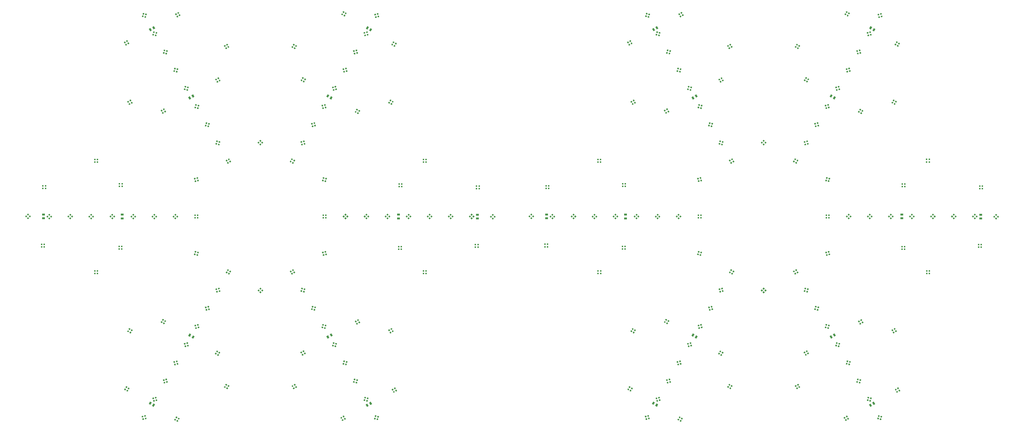
<source format=gbr>
G04 EAGLE Gerber RS-274X export*
G75*
%MOMM*%
%FSLAX34Y34*%
%LPD*%
%INSolderpaste Bottom*%
%IPPOS*%
%AMOC8*
5,1,8,0,0,1.08239X$1,22.5*%
G01*
%ADD10R,0.550000X0.550000*%
%ADD11R,0.700000X1.000000*%
%ADD12R,0.550000X0.550000*%
%ADD13R,1.000000X0.700000*%


D10*
G36*
X2626224Y707138D02*
X2628974Y711900D01*
X2633736Y709150D01*
X2630986Y704388D01*
X2626224Y707138D01*
G37*
G36*
X2634451Y702388D02*
X2637201Y707150D01*
X2641963Y704400D01*
X2639213Y699638D01*
X2634451Y702388D01*
G37*
G36*
X2639201Y710615D02*
X2641951Y715377D01*
X2646713Y712627D01*
X2643963Y707865D01*
X2639201Y710615D01*
G37*
G36*
X2630974Y715365D02*
X2633724Y720127D01*
X2638486Y717377D01*
X2635736Y712615D01*
X2630974Y715365D01*
G37*
G36*
X2592691Y634137D02*
X2591267Y639449D01*
X2596579Y640873D01*
X2598003Y635561D01*
X2592691Y634137D01*
G37*
G36*
X2601868Y636595D02*
X2600444Y641907D01*
X2605756Y643331D01*
X2607180Y638019D01*
X2601868Y636595D01*
G37*
G36*
X2599409Y645772D02*
X2597985Y651084D01*
X2603297Y652508D01*
X2604721Y647196D01*
X2599409Y645772D01*
G37*
G36*
X2590233Y643313D02*
X2588809Y648625D01*
X2594121Y650049D01*
X2595545Y644737D01*
X2590233Y643313D01*
G37*
G36*
X2554267Y567490D02*
X2552843Y572802D01*
X2558155Y574226D01*
X2559579Y568914D01*
X2554267Y567490D01*
G37*
G36*
X2563443Y569948D02*
X2562019Y575260D01*
X2567331Y576684D01*
X2568755Y571372D01*
X2563443Y569948D01*
G37*
G36*
X2560985Y579125D02*
X2559561Y584437D01*
X2564873Y585861D01*
X2566297Y580549D01*
X2560985Y579125D01*
G37*
G36*
X2551808Y576666D02*
X2550384Y581978D01*
X2555696Y583402D01*
X2557120Y578090D01*
X2551808Y576666D01*
G37*
G36*
X2388334Y525281D02*
X2391084Y530043D01*
X2395846Y527293D01*
X2393096Y522531D01*
X2388334Y525281D01*
G37*
G36*
X2396562Y520531D02*
X2399312Y525293D01*
X2404074Y522543D01*
X2401324Y517781D01*
X2396562Y520531D01*
G37*
G36*
X2401312Y528759D02*
X2404062Y533521D01*
X2408824Y530771D01*
X2406074Y526009D01*
X2401312Y528759D01*
G37*
G36*
X2393084Y533509D02*
X2395834Y538271D01*
X2400596Y535521D01*
X2397846Y530759D01*
X2393084Y533509D01*
G37*
G36*
X2265876Y491491D02*
X2268626Y496253D01*
X2273388Y493503D01*
X2270638Y488741D01*
X2265876Y491491D01*
G37*
G36*
X2274104Y486741D02*
X2276854Y491503D01*
X2281616Y488753D01*
X2278866Y483991D01*
X2274104Y486741D01*
G37*
G36*
X2278854Y494968D02*
X2281604Y499730D01*
X2286366Y496980D01*
X2283616Y492218D01*
X2278854Y494968D01*
G37*
G36*
X2270626Y499718D02*
X2273376Y504480D01*
X2278138Y501730D01*
X2275388Y496968D01*
X2270626Y499718D01*
G37*
G36*
X2599478Y401982D02*
X2594716Y404732D01*
X2597466Y409494D01*
X2602228Y406744D01*
X2599478Y401982D01*
G37*
G36*
X2604228Y410209D02*
X2599466Y412959D01*
X2602216Y417721D01*
X2606978Y414971D01*
X2604228Y410209D01*
G37*
G36*
X2596001Y414959D02*
X2591239Y417709D01*
X2593989Y422471D01*
X2598751Y419721D01*
X2596001Y414959D01*
G37*
G36*
X2591251Y406732D02*
X2586489Y409482D01*
X2589239Y414244D01*
X2594001Y411494D01*
X2591251Y406732D01*
G37*
D11*
G36*
X2494356Y484628D02*
X2500418Y481128D01*
X2495418Y472468D01*
X2489356Y475968D01*
X2494356Y484628D01*
G37*
G36*
X2506481Y477628D02*
X2512543Y474128D01*
X2507543Y465468D01*
X2501481Y468968D01*
X2506481Y477628D01*
G37*
D10*
G36*
X2632701Y279959D02*
X2627939Y282709D01*
X2630689Y287471D01*
X2635451Y284721D01*
X2632701Y279959D01*
G37*
G36*
X2637451Y288186D02*
X2632689Y290936D01*
X2635439Y295698D01*
X2640201Y292948D01*
X2637451Y288186D01*
G37*
G36*
X2629224Y292936D02*
X2624462Y295686D01*
X2627212Y300448D01*
X2631974Y297698D01*
X2629224Y292936D01*
G37*
G36*
X2624474Y284709D02*
X2619712Y287459D01*
X2622462Y292221D01*
X2627224Y289471D01*
X2624474Y284709D01*
G37*
G36*
X2515805Y500909D02*
X2514381Y506221D01*
X2519693Y507645D01*
X2521117Y502333D01*
X2515805Y500909D01*
G37*
G36*
X2524981Y503367D02*
X2523557Y508679D01*
X2528869Y510103D01*
X2530293Y504791D01*
X2524981Y503367D01*
G37*
G36*
X2522522Y512544D02*
X2521098Y517856D01*
X2526410Y519280D01*
X2527834Y513968D01*
X2522522Y512544D01*
G37*
G36*
X2513346Y510085D02*
X2511922Y515397D01*
X2517234Y516821D01*
X2518658Y511509D01*
X2513346Y510085D01*
G37*
G36*
X2477244Y434298D02*
X2475820Y439610D01*
X2481132Y441034D01*
X2482556Y435722D01*
X2477244Y434298D01*
G37*
G36*
X2486420Y436757D02*
X2484996Y442069D01*
X2490308Y443493D01*
X2491732Y438181D01*
X2486420Y436757D01*
G37*
G36*
X2483961Y445933D02*
X2482537Y451245D01*
X2487849Y452669D01*
X2489273Y447357D01*
X2483961Y445933D01*
G37*
G36*
X2474785Y443474D02*
X2473361Y448786D01*
X2478673Y450210D01*
X2480097Y444898D01*
X2474785Y443474D01*
G37*
G36*
X2438869Y367564D02*
X2437445Y372876D01*
X2442757Y374300D01*
X2444181Y368988D01*
X2438869Y367564D01*
G37*
G36*
X2448046Y370023D02*
X2446622Y375335D01*
X2451934Y376759D01*
X2453358Y371447D01*
X2448046Y370023D01*
G37*
G36*
X2445587Y379200D02*
X2444163Y384512D01*
X2449475Y385936D01*
X2450899Y380624D01*
X2445587Y379200D01*
G37*
G36*
X2436410Y376741D02*
X2434986Y382053D01*
X2440298Y383477D01*
X2441722Y378165D01*
X2436410Y376741D01*
G37*
G36*
X2400345Y301091D02*
X2398921Y306403D01*
X2404233Y307827D01*
X2405657Y302515D01*
X2400345Y301091D01*
G37*
G36*
X2409521Y303549D02*
X2408097Y308861D01*
X2413409Y310285D01*
X2414833Y304973D01*
X2409521Y303549D01*
G37*
G36*
X2407062Y312726D02*
X2405638Y318038D01*
X2410950Y319462D01*
X2412374Y314150D01*
X2407062Y312726D01*
G37*
G36*
X2397886Y310267D02*
X2396462Y315579D01*
X2401774Y317003D01*
X2403198Y311691D01*
X2397886Y310267D01*
G37*
G36*
X2254563Y278712D02*
X2257313Y283474D01*
X2262075Y280724D01*
X2259325Y275962D01*
X2254563Y278712D01*
G37*
G36*
X2262790Y273962D02*
X2265540Y278724D01*
X2270302Y275974D01*
X2267552Y271212D01*
X2262790Y273962D01*
G37*
G36*
X2267540Y282190D02*
X2270290Y286952D01*
X2275052Y284202D01*
X2272302Y279440D01*
X2267540Y282190D01*
G37*
G36*
X2259313Y286940D02*
X2262063Y291702D01*
X2266825Y288952D01*
X2264075Y284190D01*
X2259313Y286940D01*
G37*
G36*
X2450689Y160492D02*
X2445927Y163242D01*
X2448677Y168004D01*
X2453439Y165254D01*
X2450689Y160492D01*
G37*
G36*
X2455439Y168720D02*
X2450677Y171470D01*
X2453427Y176232D01*
X2458189Y173482D01*
X2455439Y168720D01*
G37*
G36*
X2447212Y173470D02*
X2442450Y176220D01*
X2445200Y180982D01*
X2449962Y178232D01*
X2447212Y173470D01*
G37*
G36*
X2442462Y165242D02*
X2437700Y167992D01*
X2440450Y172754D01*
X2445212Y170004D01*
X2442462Y165242D01*
G37*
G36*
X2362013Y234483D02*
X2360589Y239795D01*
X2365901Y241219D01*
X2367325Y235907D01*
X2362013Y234483D01*
G37*
G36*
X2371189Y236942D02*
X2369765Y242254D01*
X2375077Y243678D01*
X2376501Y238366D01*
X2371189Y236942D01*
G37*
G36*
X2368731Y246118D02*
X2367307Y251430D01*
X2372619Y252854D01*
X2374043Y247542D01*
X2368731Y246118D01*
G37*
G36*
X2359554Y243660D02*
X2358130Y248972D01*
X2363442Y250396D01*
X2364866Y245084D01*
X2359554Y243660D01*
G37*
D11*
G36*
X2349711Y235117D02*
X2355773Y231617D01*
X2350773Y222957D01*
X2344711Y226457D01*
X2349711Y235117D01*
G37*
G36*
X2361835Y228117D02*
X2367897Y224617D01*
X2362897Y215957D01*
X2356835Y219457D01*
X2361835Y228117D01*
G37*
D10*
G36*
X2322586Y167661D02*
X2321162Y172973D01*
X2326474Y174397D01*
X2327898Y169085D01*
X2322586Y167661D01*
G37*
G36*
X2331762Y170119D02*
X2330338Y175431D01*
X2335650Y176855D01*
X2337074Y171543D01*
X2331762Y170119D01*
G37*
G36*
X2329303Y179296D02*
X2327879Y184608D01*
X2333191Y186032D01*
X2334615Y180720D01*
X2329303Y179296D01*
G37*
G36*
X2320127Y176837D02*
X2318703Y182149D01*
X2324015Y183573D01*
X2325439Y178261D01*
X2320127Y176837D01*
G37*
G36*
X2513922Y786766D02*
X2519234Y785342D01*
X2517810Y780030D01*
X2512498Y781454D01*
X2513922Y786766D01*
G37*
G36*
X2511464Y777590D02*
X2516776Y776166D01*
X2515352Y770854D01*
X2510040Y772278D01*
X2511464Y777590D01*
G37*
G36*
X2520640Y775131D02*
X2525952Y773707D01*
X2524528Y768395D01*
X2519216Y769819D01*
X2520640Y775131D01*
G37*
G36*
X2523099Y784308D02*
X2528411Y782884D01*
X2526987Y777572D01*
X2521675Y778996D01*
X2523099Y784308D01*
G37*
D12*
X2514457Y917546D03*
X2514457Y908046D03*
X2523957Y908046D03*
X2523957Y917546D03*
D10*
G36*
X2431721Y912836D02*
X2435610Y916725D01*
X2439499Y912836D01*
X2435610Y908947D01*
X2431721Y912836D01*
G37*
G36*
X2438438Y906118D02*
X2442327Y910007D01*
X2446216Y906118D01*
X2442327Y902229D01*
X2438438Y906118D01*
G37*
G36*
X2445156Y912836D02*
X2449045Y916725D01*
X2452934Y912836D01*
X2449045Y908947D01*
X2445156Y912836D01*
G37*
G36*
X2438438Y919553D02*
X2442327Y923442D01*
X2446216Y919553D01*
X2442327Y915664D01*
X2438438Y919553D01*
G37*
G36*
X2354790Y912788D02*
X2358679Y916677D01*
X2362568Y912788D01*
X2358679Y908899D01*
X2354790Y912788D01*
G37*
G36*
X2361508Y906071D02*
X2365397Y909960D01*
X2369286Y906071D01*
X2365397Y902182D01*
X2361508Y906071D01*
G37*
G36*
X2368225Y912788D02*
X2372114Y916677D01*
X2376003Y912788D01*
X2372114Y908899D01*
X2368225Y912788D01*
G37*
G36*
X2361508Y919506D02*
X2365397Y923395D01*
X2369286Y919506D01*
X2365397Y915617D01*
X2361508Y919506D01*
G37*
D12*
X2238020Y1032636D03*
X2238020Y1023136D03*
X2247520Y1023136D03*
X2247520Y1032636D03*
X2147528Y1121793D03*
X2147528Y1112293D03*
X2157028Y1112293D03*
X2157028Y1121793D03*
X2236812Y793630D03*
X2246312Y793630D03*
X2246312Y803130D03*
X2236812Y803130D03*
D13*
X2248075Y919742D03*
X2248075Y905742D03*
D12*
X2147748Y703846D03*
X2157248Y703846D03*
X2157248Y713346D03*
X2147748Y713346D03*
D10*
G36*
X2277898Y912808D02*
X2281787Y916697D01*
X2285676Y912808D01*
X2281787Y908919D01*
X2277898Y912808D01*
G37*
G36*
X2284616Y906090D02*
X2288505Y909979D01*
X2292394Y906090D01*
X2288505Y902201D01*
X2284616Y906090D01*
G37*
G36*
X2291333Y912808D02*
X2295222Y916697D01*
X2299111Y912808D01*
X2295222Y908919D01*
X2291333Y912808D01*
G37*
G36*
X2284616Y919525D02*
X2288505Y923414D01*
X2292394Y919525D01*
X2288505Y915636D01*
X2284616Y919525D01*
G37*
G36*
X2200931Y912897D02*
X2204820Y916786D01*
X2208709Y912897D01*
X2204820Y909008D01*
X2200931Y912897D01*
G37*
G36*
X2207649Y906180D02*
X2211538Y910069D01*
X2215427Y906180D01*
X2211538Y902291D01*
X2207649Y906180D01*
G37*
G36*
X2214366Y912897D02*
X2218255Y916786D01*
X2222144Y912897D01*
X2218255Y909008D01*
X2214366Y912897D01*
G37*
G36*
X2207649Y919615D02*
X2211538Y923504D01*
X2215427Y919615D01*
X2211538Y915726D01*
X2207649Y919615D01*
G37*
G36*
X2123951Y912763D02*
X2127840Y916652D01*
X2131729Y912763D01*
X2127840Y908874D01*
X2123951Y912763D01*
G37*
G36*
X2130669Y906046D02*
X2134558Y909935D01*
X2138447Y906046D01*
X2134558Y902157D01*
X2130669Y906046D01*
G37*
G36*
X2137386Y912763D02*
X2141275Y916652D01*
X2145164Y912763D01*
X2141275Y908874D01*
X2137386Y912763D01*
G37*
G36*
X2130669Y919481D02*
X2134558Y923370D01*
X2138447Y919481D01*
X2134558Y915592D01*
X2130669Y919481D01*
G37*
G36*
X2047121Y912889D02*
X2051010Y916778D01*
X2054899Y912889D01*
X2051010Y909000D01*
X2047121Y912889D01*
G37*
G36*
X2053838Y906172D02*
X2057727Y910061D01*
X2061616Y906172D01*
X2057727Y902283D01*
X2053838Y906172D01*
G37*
G36*
X2060556Y912889D02*
X2064445Y916778D01*
X2068334Y912889D01*
X2064445Y909000D01*
X2060556Y912889D01*
G37*
G36*
X2053838Y919607D02*
X2057727Y923496D01*
X2061616Y919607D01*
X2057727Y915718D01*
X2053838Y919607D01*
G37*
D12*
X1957599Y1025201D03*
X1957599Y1015701D03*
X1967099Y1015701D03*
X1967099Y1025201D03*
X1953281Y801740D03*
X1962781Y801740D03*
X1962781Y811240D03*
X1953281Y811240D03*
D10*
G36*
X1970271Y912782D02*
X1974160Y916671D01*
X1978049Y912782D01*
X1974160Y908893D01*
X1970271Y912782D01*
G37*
G36*
X1976989Y906065D02*
X1980878Y909954D01*
X1984767Y906065D01*
X1980878Y902176D01*
X1976989Y906065D01*
G37*
G36*
X1983706Y912782D02*
X1987595Y916671D01*
X1991484Y912782D01*
X1987595Y908893D01*
X1983706Y912782D01*
G37*
G36*
X1976989Y919500D02*
X1980878Y923389D01*
X1984767Y919500D01*
X1980878Y915611D01*
X1976989Y919500D01*
G37*
D13*
X1959669Y920253D03*
X1959669Y906253D03*
D10*
G36*
X1892688Y913516D02*
X1896577Y917405D01*
X1900466Y913516D01*
X1896577Y909627D01*
X1892688Y913516D01*
G37*
G36*
X1899405Y906798D02*
X1903294Y910687D01*
X1907183Y906798D01*
X1903294Y902909D01*
X1899405Y906798D01*
G37*
G36*
X1906123Y913516D02*
X1910012Y917405D01*
X1913901Y913516D01*
X1910012Y909627D01*
X1906123Y913516D01*
G37*
G36*
X1899405Y920233D02*
X1903294Y924122D01*
X1907183Y920233D01*
X1903294Y916344D01*
X1899405Y920233D01*
G37*
G36*
X2524517Y1057366D02*
X2525941Y1052054D01*
X2520629Y1050630D01*
X2519205Y1055942D01*
X2524517Y1057366D01*
G37*
G36*
X2515340Y1054908D02*
X2516764Y1049596D01*
X2511452Y1048172D01*
X2510028Y1053484D01*
X2515340Y1054908D01*
G37*
G36*
X2517799Y1045731D02*
X2519223Y1040419D01*
X2513911Y1038995D01*
X2512487Y1044307D01*
X2517799Y1045731D01*
G37*
G36*
X2526976Y1048190D02*
X2528400Y1042878D01*
X2523088Y1041454D01*
X2521664Y1046766D01*
X2526976Y1048190D01*
G37*
G36*
X2639049Y1126049D02*
X2641799Y1121287D01*
X2637037Y1118537D01*
X2634287Y1123299D01*
X2639049Y1126049D01*
G37*
G36*
X2630822Y1121299D02*
X2633572Y1116537D01*
X2628810Y1113787D01*
X2626060Y1118549D01*
X2630822Y1121299D01*
G37*
G36*
X2635572Y1113071D02*
X2638322Y1108309D01*
X2633560Y1105559D01*
X2630810Y1110321D01*
X2635572Y1113071D01*
G37*
G36*
X2643799Y1117821D02*
X2646549Y1113059D01*
X2641787Y1110309D01*
X2639037Y1115071D01*
X2643799Y1117821D01*
G37*
G36*
X2592596Y1191589D02*
X2597908Y1190165D01*
X2596484Y1184853D01*
X2591172Y1186277D01*
X2592596Y1191589D01*
G37*
G36*
X2590137Y1182413D02*
X2595449Y1180989D01*
X2594025Y1175677D01*
X2588713Y1177101D01*
X2590137Y1182413D01*
G37*
G36*
X2599314Y1179954D02*
X2604626Y1178530D01*
X2603202Y1173218D01*
X2597890Y1174642D01*
X2599314Y1179954D01*
G37*
G36*
X2601772Y1189131D02*
X2607084Y1187707D01*
X2605660Y1182395D01*
X2600348Y1183819D01*
X2601772Y1189131D01*
G37*
G36*
X2554090Y1258189D02*
X2559402Y1256765D01*
X2557978Y1251453D01*
X2552666Y1252877D01*
X2554090Y1258189D01*
G37*
G36*
X2551631Y1249013D02*
X2556943Y1247589D01*
X2555519Y1242277D01*
X2550207Y1243701D01*
X2551631Y1249013D01*
G37*
G36*
X2560808Y1246554D02*
X2566120Y1245130D01*
X2564696Y1239818D01*
X2559384Y1241242D01*
X2560808Y1246554D01*
G37*
G36*
X2563267Y1255731D02*
X2568579Y1254307D01*
X2567155Y1248995D01*
X2561843Y1250419D01*
X2563267Y1255731D01*
G37*
G36*
X2600502Y1422995D02*
X2603252Y1418233D01*
X2598490Y1415483D01*
X2595740Y1420245D01*
X2600502Y1422995D01*
G37*
G36*
X2592274Y1418245D02*
X2595024Y1413483D01*
X2590262Y1410733D01*
X2587512Y1415495D01*
X2592274Y1418245D01*
G37*
G36*
X2597024Y1410018D02*
X2599774Y1405256D01*
X2595012Y1402506D01*
X2592262Y1407268D01*
X2597024Y1410018D01*
G37*
G36*
X2605252Y1414768D02*
X2608002Y1410006D01*
X2603240Y1407256D01*
X2600490Y1412018D01*
X2605252Y1414768D01*
G37*
G36*
X2632468Y1545942D02*
X2635218Y1541180D01*
X2630456Y1538430D01*
X2627706Y1543192D01*
X2632468Y1545942D01*
G37*
G36*
X2624240Y1541192D02*
X2626990Y1536430D01*
X2622228Y1533680D01*
X2619478Y1538442D01*
X2624240Y1541192D01*
G37*
G36*
X2628990Y1532965D02*
X2631740Y1528203D01*
X2626978Y1525453D01*
X2624228Y1530215D01*
X2628990Y1532965D01*
G37*
G36*
X2637218Y1537715D02*
X2639968Y1532953D01*
X2635206Y1530203D01*
X2632456Y1534965D01*
X2637218Y1537715D01*
G37*
G36*
X2388150Y1301788D02*
X2392912Y1304538D01*
X2395662Y1299776D01*
X2390900Y1297026D01*
X2388150Y1301788D01*
G37*
G36*
X2392900Y1293561D02*
X2397662Y1296311D01*
X2400412Y1291549D01*
X2395650Y1288799D01*
X2392900Y1293561D01*
G37*
G36*
X2401127Y1298311D02*
X2405889Y1301061D01*
X2408639Y1296299D01*
X2403877Y1293549D01*
X2401127Y1298311D01*
G37*
G36*
X2396377Y1306538D02*
X2401139Y1309288D01*
X2403889Y1304526D01*
X2399127Y1301776D01*
X2396377Y1306538D01*
G37*
D11*
G36*
X2512284Y1351505D02*
X2506222Y1348005D01*
X2501222Y1356665D01*
X2507284Y1360165D01*
X2512284Y1351505D01*
G37*
G36*
X2500160Y1344505D02*
X2494098Y1341005D01*
X2489098Y1349665D01*
X2495160Y1353165D01*
X2500160Y1344505D01*
G37*
D10*
G36*
X2265863Y1334028D02*
X2270625Y1336778D01*
X2273375Y1332016D01*
X2268613Y1329266D01*
X2265863Y1334028D01*
G37*
G36*
X2270613Y1325801D02*
X2275375Y1328551D01*
X2278125Y1323789D01*
X2273363Y1321039D01*
X2270613Y1325801D01*
G37*
G36*
X2278840Y1330551D02*
X2283602Y1333301D01*
X2286352Y1328539D01*
X2281590Y1325789D01*
X2278840Y1330551D01*
G37*
G36*
X2274090Y1338778D02*
X2278852Y1341528D01*
X2281602Y1336766D01*
X2276840Y1334016D01*
X2274090Y1338778D01*
G37*
G36*
X2515661Y1324789D02*
X2520973Y1323365D01*
X2519549Y1318053D01*
X2514237Y1319477D01*
X2515661Y1324789D01*
G37*
G36*
X2513202Y1315613D02*
X2518514Y1314189D01*
X2517090Y1308877D01*
X2511778Y1310301D01*
X2513202Y1315613D01*
G37*
G36*
X2522378Y1313154D02*
X2527690Y1311730D01*
X2526266Y1306418D01*
X2520954Y1307842D01*
X2522378Y1313154D01*
G37*
G36*
X2524837Y1322331D02*
X2530149Y1320907D01*
X2528725Y1315595D01*
X2523413Y1317019D01*
X2524837Y1322331D01*
G37*
G36*
X2477255Y1391489D02*
X2482567Y1390065D01*
X2481143Y1384753D01*
X2475831Y1386177D01*
X2477255Y1391489D01*
G37*
G36*
X2474796Y1382313D02*
X2480108Y1380889D01*
X2478684Y1375577D01*
X2473372Y1377001D01*
X2474796Y1382313D01*
G37*
G36*
X2483972Y1379854D02*
X2489284Y1378430D01*
X2487860Y1373118D01*
X2482548Y1374542D01*
X2483972Y1379854D01*
G37*
G36*
X2486431Y1389031D02*
X2491743Y1387607D01*
X2490319Y1382295D01*
X2485007Y1383719D01*
X2486431Y1389031D01*
G37*
G36*
X2438649Y1458089D02*
X2443961Y1456665D01*
X2442537Y1451353D01*
X2437225Y1452777D01*
X2438649Y1458089D01*
G37*
G36*
X2436190Y1448913D02*
X2441502Y1447489D01*
X2440078Y1442177D01*
X2434766Y1443601D01*
X2436190Y1448913D01*
G37*
G36*
X2445366Y1446454D02*
X2450678Y1445030D01*
X2449254Y1439718D01*
X2443942Y1441142D01*
X2445366Y1446454D01*
G37*
G36*
X2447825Y1455631D02*
X2453137Y1454207D01*
X2451713Y1448895D01*
X2446401Y1450319D01*
X2447825Y1455631D01*
G37*
G36*
X2400343Y1524689D02*
X2405655Y1523265D01*
X2404231Y1517953D01*
X2398919Y1519377D01*
X2400343Y1524689D01*
G37*
G36*
X2397884Y1515513D02*
X2403196Y1514089D01*
X2401772Y1508777D01*
X2396460Y1510201D01*
X2397884Y1515513D01*
G37*
G36*
X2407061Y1513054D02*
X2412373Y1511630D01*
X2410949Y1506318D01*
X2405637Y1507742D01*
X2407061Y1513054D01*
G37*
G36*
X2409519Y1522231D02*
X2414831Y1520807D01*
X2413407Y1515495D01*
X2408095Y1516919D01*
X2409519Y1522231D01*
G37*
G36*
X2453852Y1662129D02*
X2456602Y1657367D01*
X2451840Y1654617D01*
X2449090Y1659379D01*
X2453852Y1662129D01*
G37*
G36*
X2445625Y1657379D02*
X2448375Y1652617D01*
X2443613Y1649867D01*
X2440863Y1654629D01*
X2445625Y1657379D01*
G37*
G36*
X2450375Y1649152D02*
X2453125Y1644390D01*
X2448363Y1641640D01*
X2445613Y1646402D01*
X2450375Y1649152D01*
G37*
G36*
X2458602Y1653902D02*
X2461352Y1649140D01*
X2456590Y1646390D01*
X2453840Y1651152D01*
X2458602Y1653902D01*
G37*
G36*
X2253409Y1551388D02*
X2258171Y1554138D01*
X2260921Y1549376D01*
X2256159Y1546626D01*
X2253409Y1551388D01*
G37*
G36*
X2258159Y1543161D02*
X2262921Y1545911D01*
X2265671Y1541149D01*
X2260909Y1538399D01*
X2258159Y1543161D01*
G37*
G36*
X2266386Y1547911D02*
X2271148Y1550661D01*
X2273898Y1545899D01*
X2269136Y1543149D01*
X2266386Y1547911D01*
G37*
G36*
X2261636Y1556138D02*
X2266398Y1558888D01*
X2269148Y1554126D01*
X2264386Y1551376D01*
X2261636Y1556138D01*
G37*
G36*
X2361825Y1591189D02*
X2367137Y1589765D01*
X2365713Y1584453D01*
X2360401Y1585877D01*
X2361825Y1591189D01*
G37*
G36*
X2359366Y1582013D02*
X2364678Y1580589D01*
X2363254Y1575277D01*
X2357942Y1576701D01*
X2359366Y1582013D01*
G37*
G36*
X2368543Y1579554D02*
X2373855Y1578130D01*
X2372431Y1572818D01*
X2367119Y1574242D01*
X2368543Y1579554D01*
G37*
G36*
X2371002Y1588731D02*
X2376314Y1587307D01*
X2374890Y1581995D01*
X2369578Y1583419D01*
X2371002Y1588731D01*
G37*
D11*
G36*
X2368525Y1601526D02*
X2362463Y1598026D01*
X2357463Y1606686D01*
X2363525Y1610186D01*
X2368525Y1601526D01*
G37*
G36*
X2356400Y1594526D02*
X2350338Y1591026D01*
X2345338Y1599686D01*
X2351400Y1603186D01*
X2356400Y1594526D01*
G37*
D10*
G36*
X2323669Y1658746D02*
X2328981Y1657322D01*
X2327557Y1652010D01*
X2322245Y1653434D01*
X2323669Y1658746D01*
G37*
G36*
X2321210Y1649569D02*
X2326522Y1648145D01*
X2325098Y1642833D01*
X2319786Y1644257D01*
X2321210Y1649569D01*
G37*
G36*
X2330386Y1647111D02*
X2335698Y1645687D01*
X2334274Y1640375D01*
X2328962Y1641799D01*
X2330386Y1647111D01*
G37*
G36*
X2332845Y1656287D02*
X2338157Y1654863D01*
X2336733Y1649551D01*
X2331421Y1650975D01*
X2332845Y1656287D01*
G37*
G36*
X2764161Y1183491D02*
X2760272Y1179602D01*
X2756383Y1183491D01*
X2760272Y1187380D01*
X2764161Y1183491D01*
G37*
G36*
X2757444Y1190208D02*
X2753555Y1186319D01*
X2749666Y1190208D01*
X2753555Y1194097D01*
X2757444Y1190208D01*
G37*
G36*
X2750726Y1183491D02*
X2746837Y1179602D01*
X2742948Y1183491D01*
X2746837Y1187380D01*
X2750726Y1183491D01*
G37*
G36*
X2757444Y1176773D02*
X2753555Y1172884D01*
X2749666Y1176773D01*
X2753555Y1180662D01*
X2757444Y1176773D01*
G37*
G36*
X2880908Y1118643D02*
X2878158Y1113881D01*
X2873396Y1116631D01*
X2876146Y1121393D01*
X2880908Y1118643D01*
G37*
G36*
X2872681Y1123393D02*
X2869931Y1118631D01*
X2865169Y1121381D01*
X2867919Y1126143D01*
X2872681Y1123393D01*
G37*
G36*
X2867931Y1115166D02*
X2865181Y1110404D01*
X2860419Y1113154D01*
X2863169Y1117916D01*
X2867931Y1115166D01*
G37*
G36*
X2876158Y1110416D02*
X2873408Y1105654D01*
X2868646Y1108404D01*
X2871396Y1113166D01*
X2876158Y1110416D01*
G37*
G36*
X2914441Y1191644D02*
X2915865Y1186332D01*
X2910553Y1184908D01*
X2909129Y1190220D01*
X2914441Y1191644D01*
G37*
G36*
X2905264Y1189186D02*
X2906688Y1183874D01*
X2901376Y1182450D01*
X2899952Y1187762D01*
X2905264Y1189186D01*
G37*
G36*
X2907723Y1180009D02*
X2909147Y1174697D01*
X2903835Y1173273D01*
X2902411Y1178585D01*
X2907723Y1180009D01*
G37*
G36*
X2916899Y1182468D02*
X2918323Y1177156D01*
X2913011Y1175732D01*
X2911587Y1181044D01*
X2916899Y1182468D01*
G37*
G36*
X2952865Y1258292D02*
X2954289Y1252980D01*
X2948977Y1251556D01*
X2947553Y1256868D01*
X2952865Y1258292D01*
G37*
G36*
X2943689Y1255833D02*
X2945113Y1250521D01*
X2939801Y1249097D01*
X2938377Y1254409D01*
X2943689Y1255833D01*
G37*
G36*
X2946147Y1246656D02*
X2947571Y1241344D01*
X2942259Y1239920D01*
X2940835Y1245232D01*
X2946147Y1246656D01*
G37*
G36*
X2955324Y1249115D02*
X2956748Y1243803D01*
X2951436Y1242379D01*
X2950012Y1247691D01*
X2955324Y1249115D01*
G37*
G36*
X3118798Y1300500D02*
X3116048Y1295738D01*
X3111286Y1298488D01*
X3114036Y1303250D01*
X3118798Y1300500D01*
G37*
G36*
X3110570Y1305250D02*
X3107820Y1300488D01*
X3103058Y1303238D01*
X3105808Y1308000D01*
X3110570Y1305250D01*
G37*
G36*
X3105820Y1297023D02*
X3103070Y1292261D01*
X3098308Y1295011D01*
X3101058Y1299773D01*
X3105820Y1297023D01*
G37*
G36*
X3114048Y1292273D02*
X3111298Y1287511D01*
X3106536Y1290261D01*
X3109286Y1295023D01*
X3114048Y1292273D01*
G37*
G36*
X3241256Y1334290D02*
X3238506Y1329528D01*
X3233744Y1332278D01*
X3236494Y1337040D01*
X3241256Y1334290D01*
G37*
G36*
X3233028Y1339040D02*
X3230278Y1334278D01*
X3225516Y1337028D01*
X3228266Y1341790D01*
X3233028Y1339040D01*
G37*
G36*
X3228278Y1330813D02*
X3225528Y1326051D01*
X3220766Y1328801D01*
X3223516Y1333563D01*
X3228278Y1330813D01*
G37*
G36*
X3236506Y1326063D02*
X3233756Y1321301D01*
X3228994Y1324051D01*
X3231744Y1328813D01*
X3236506Y1326063D01*
G37*
G36*
X2907654Y1423799D02*
X2912416Y1421049D01*
X2909666Y1416287D01*
X2904904Y1419037D01*
X2907654Y1423799D01*
G37*
G36*
X2902904Y1415572D02*
X2907666Y1412822D01*
X2904916Y1408060D01*
X2900154Y1410810D01*
X2902904Y1415572D01*
G37*
G36*
X2911131Y1410822D02*
X2915893Y1408072D01*
X2913143Y1403310D01*
X2908381Y1406060D01*
X2911131Y1410822D01*
G37*
G36*
X2915881Y1419049D02*
X2920643Y1416299D01*
X2917893Y1411537D01*
X2913131Y1414287D01*
X2915881Y1419049D01*
G37*
D11*
G36*
X3012776Y1341154D02*
X3006714Y1344654D01*
X3011714Y1353314D01*
X3017776Y1349814D01*
X3012776Y1341154D01*
G37*
G36*
X3000652Y1348154D02*
X2994590Y1351654D01*
X2999590Y1360314D01*
X3005652Y1356814D01*
X3000652Y1348154D01*
G37*
D10*
G36*
X2874431Y1545822D02*
X2879193Y1543072D01*
X2876443Y1538310D01*
X2871681Y1541060D01*
X2874431Y1545822D01*
G37*
G36*
X2869681Y1537595D02*
X2874443Y1534845D01*
X2871693Y1530083D01*
X2866931Y1532833D01*
X2869681Y1537595D01*
G37*
G36*
X2877908Y1532845D02*
X2882670Y1530095D01*
X2879920Y1525333D01*
X2875158Y1528083D01*
X2877908Y1532845D01*
G37*
G36*
X2882658Y1541072D02*
X2887420Y1538322D01*
X2884670Y1533560D01*
X2879908Y1536310D01*
X2882658Y1541072D01*
G37*
G36*
X2991328Y1324872D02*
X2992752Y1319560D01*
X2987440Y1318136D01*
X2986016Y1323448D01*
X2991328Y1324872D01*
G37*
G36*
X2982151Y1322414D02*
X2983575Y1317102D01*
X2978263Y1315678D01*
X2976839Y1320990D01*
X2982151Y1322414D01*
G37*
G36*
X2984610Y1313237D02*
X2986034Y1307925D01*
X2980722Y1306501D01*
X2979298Y1311813D01*
X2984610Y1313237D01*
G37*
G36*
X2993786Y1315696D02*
X2995210Y1310384D01*
X2989898Y1308960D01*
X2988474Y1314272D01*
X2993786Y1315696D01*
G37*
G36*
X3029888Y1391483D02*
X3031312Y1386171D01*
X3026000Y1384747D01*
X3024576Y1390059D01*
X3029888Y1391483D01*
G37*
G36*
X3020712Y1389024D02*
X3022136Y1383712D01*
X3016824Y1382288D01*
X3015400Y1387600D01*
X3020712Y1389024D01*
G37*
G36*
X3023171Y1379848D02*
X3024595Y1374536D01*
X3019283Y1373112D01*
X3017859Y1378424D01*
X3023171Y1379848D01*
G37*
G36*
X3032347Y1382307D02*
X3033771Y1376995D01*
X3028459Y1375571D01*
X3027035Y1380883D01*
X3032347Y1382307D01*
G37*
G36*
X3068263Y1458217D02*
X3069687Y1452905D01*
X3064375Y1451481D01*
X3062951Y1456793D01*
X3068263Y1458217D01*
G37*
G36*
X3059086Y1455758D02*
X3060510Y1450446D01*
X3055198Y1449022D01*
X3053774Y1454334D01*
X3059086Y1455758D01*
G37*
G36*
X3061545Y1446582D02*
X3062969Y1441270D01*
X3057657Y1439846D01*
X3056233Y1445158D01*
X3061545Y1446582D01*
G37*
G36*
X3070722Y1449040D02*
X3072146Y1443728D01*
X3066834Y1442304D01*
X3065410Y1447616D01*
X3070722Y1449040D01*
G37*
G36*
X3106787Y1524691D02*
X3108211Y1519379D01*
X3102899Y1517955D01*
X3101475Y1523267D01*
X3106787Y1524691D01*
G37*
G36*
X3097611Y1522232D02*
X3099035Y1516920D01*
X3093723Y1515496D01*
X3092299Y1520808D01*
X3097611Y1522232D01*
G37*
G36*
X3100070Y1513055D02*
X3101494Y1507743D01*
X3096182Y1506319D01*
X3094758Y1511631D01*
X3100070Y1513055D01*
G37*
G36*
X3109246Y1515514D02*
X3110670Y1510202D01*
X3105358Y1508778D01*
X3103934Y1514090D01*
X3109246Y1515514D01*
G37*
G36*
X3252569Y1547069D02*
X3249819Y1542307D01*
X3245057Y1545057D01*
X3247807Y1549819D01*
X3252569Y1547069D01*
G37*
G36*
X3244342Y1551819D02*
X3241592Y1547057D01*
X3236830Y1549807D01*
X3239580Y1554569D01*
X3244342Y1551819D01*
G37*
G36*
X3239592Y1543591D02*
X3236842Y1538829D01*
X3232080Y1541579D01*
X3234830Y1546341D01*
X3239592Y1543591D01*
G37*
G36*
X3247819Y1538841D02*
X3245069Y1534079D01*
X3240307Y1536829D01*
X3243057Y1541591D01*
X3247819Y1538841D01*
G37*
G36*
X3056443Y1665289D02*
X3061205Y1662539D01*
X3058455Y1657777D01*
X3053693Y1660527D01*
X3056443Y1665289D01*
G37*
G36*
X3051693Y1657061D02*
X3056455Y1654311D01*
X3053705Y1649549D01*
X3048943Y1652299D01*
X3051693Y1657061D01*
G37*
G36*
X3059921Y1652311D02*
X3064683Y1649561D01*
X3061933Y1644799D01*
X3057171Y1647549D01*
X3059921Y1652311D01*
G37*
G36*
X3064671Y1660539D02*
X3069433Y1657789D01*
X3066683Y1653027D01*
X3061921Y1655777D01*
X3064671Y1660539D01*
G37*
G36*
X3145119Y1591298D02*
X3146543Y1585986D01*
X3141231Y1584562D01*
X3139807Y1589874D01*
X3145119Y1591298D01*
G37*
G36*
X3135943Y1588839D02*
X3137367Y1583527D01*
X3132055Y1582103D01*
X3130631Y1587415D01*
X3135943Y1588839D01*
G37*
G36*
X3138401Y1579663D02*
X3139825Y1574351D01*
X3134513Y1572927D01*
X3133089Y1578239D01*
X3138401Y1579663D01*
G37*
G36*
X3147578Y1582122D02*
X3149002Y1576810D01*
X3143690Y1575386D01*
X3142266Y1580698D01*
X3147578Y1582122D01*
G37*
D11*
G36*
X3157421Y1590664D02*
X3151359Y1594164D01*
X3156359Y1602824D01*
X3162421Y1599324D01*
X3157421Y1590664D01*
G37*
G36*
X3145297Y1597664D02*
X3139235Y1601164D01*
X3144235Y1609824D01*
X3150297Y1606324D01*
X3145297Y1597664D01*
G37*
D10*
G36*
X3184546Y1658121D02*
X3185970Y1652809D01*
X3180658Y1651385D01*
X3179234Y1656697D01*
X3184546Y1658121D01*
G37*
G36*
X3175370Y1655662D02*
X3176794Y1650350D01*
X3171482Y1648926D01*
X3170058Y1654238D01*
X3175370Y1655662D01*
G37*
G36*
X3177829Y1646486D02*
X3179253Y1641174D01*
X3173941Y1639750D01*
X3172517Y1645062D01*
X3177829Y1646486D01*
G37*
G36*
X3187005Y1648944D02*
X3188429Y1643632D01*
X3183117Y1642208D01*
X3181693Y1647520D01*
X3187005Y1648944D01*
G37*
G36*
X2993210Y1039015D02*
X2987898Y1040439D01*
X2989322Y1045751D01*
X2994634Y1044327D01*
X2993210Y1039015D01*
G37*
G36*
X2995668Y1048191D02*
X2990356Y1049615D01*
X2991780Y1054927D01*
X2997092Y1053503D01*
X2995668Y1048191D01*
G37*
G36*
X2986492Y1050650D02*
X2981180Y1052074D01*
X2982604Y1057386D01*
X2987916Y1055962D01*
X2986492Y1050650D01*
G37*
G36*
X2984033Y1041473D02*
X2978721Y1042897D01*
X2980145Y1048209D01*
X2985457Y1046785D01*
X2984033Y1041473D01*
G37*
D12*
X2992675Y908235D03*
X2992675Y917735D03*
X2983175Y917735D03*
X2983175Y908235D03*
D10*
G36*
X3075411Y912946D02*
X3071522Y909057D01*
X3067633Y912946D01*
X3071522Y916835D01*
X3075411Y912946D01*
G37*
G36*
X3068694Y919663D02*
X3064805Y915774D01*
X3060916Y919663D01*
X3064805Y923552D01*
X3068694Y919663D01*
G37*
G36*
X3061976Y912946D02*
X3058087Y909057D01*
X3054198Y912946D01*
X3058087Y916835D01*
X3061976Y912946D01*
G37*
G36*
X3068694Y906228D02*
X3064805Y902339D01*
X3060916Y906228D01*
X3064805Y910117D01*
X3068694Y906228D01*
G37*
G36*
X3152342Y912993D02*
X3148453Y909104D01*
X3144564Y912993D01*
X3148453Y916882D01*
X3152342Y912993D01*
G37*
G36*
X3145624Y919710D02*
X3141735Y915821D01*
X3137846Y919710D01*
X3141735Y923599D01*
X3145624Y919710D01*
G37*
G36*
X3138907Y912993D02*
X3135018Y909104D01*
X3131129Y912993D01*
X3135018Y916882D01*
X3138907Y912993D01*
G37*
G36*
X3145624Y906275D02*
X3141735Y902386D01*
X3137846Y906275D01*
X3141735Y910164D01*
X3145624Y906275D01*
G37*
D12*
X3269112Y793145D03*
X3269112Y802645D03*
X3259612Y802645D03*
X3259612Y793145D03*
X3359604Y703988D03*
X3359604Y713488D03*
X3350104Y713488D03*
X3350104Y703988D03*
X3270320Y1032152D03*
X3260820Y1032152D03*
X3260820Y1022652D03*
X3270320Y1022652D03*
D13*
X3259057Y906040D03*
X3259057Y920040D03*
D12*
X3359384Y1121935D03*
X3349884Y1121935D03*
X3349884Y1112435D03*
X3359384Y1112435D03*
D10*
G36*
X3229234Y912974D02*
X3225345Y909085D01*
X3221456Y912974D01*
X3225345Y916863D01*
X3229234Y912974D01*
G37*
G36*
X3222516Y919691D02*
X3218627Y915802D01*
X3214738Y919691D01*
X3218627Y923580D01*
X3222516Y919691D01*
G37*
G36*
X3215799Y912974D02*
X3211910Y909085D01*
X3208021Y912974D01*
X3211910Y916863D01*
X3215799Y912974D01*
G37*
G36*
X3222516Y906256D02*
X3218627Y902367D01*
X3214738Y906256D01*
X3218627Y910145D01*
X3222516Y906256D01*
G37*
G36*
X3306201Y912884D02*
X3302312Y908995D01*
X3298423Y912884D01*
X3302312Y916773D01*
X3306201Y912884D01*
G37*
G36*
X3299483Y919602D02*
X3295594Y915713D01*
X3291705Y919602D01*
X3295594Y923491D01*
X3299483Y919602D01*
G37*
G36*
X3292766Y912884D02*
X3288877Y908995D01*
X3284988Y912884D01*
X3288877Y916773D01*
X3292766Y912884D01*
G37*
G36*
X3299483Y906167D02*
X3295594Y902278D01*
X3291705Y906167D01*
X3295594Y910056D01*
X3299483Y906167D01*
G37*
G36*
X3383181Y913018D02*
X3379292Y909129D01*
X3375403Y913018D01*
X3379292Y916907D01*
X3383181Y913018D01*
G37*
G36*
X3376463Y919735D02*
X3372574Y915846D01*
X3368685Y919735D01*
X3372574Y923624D01*
X3376463Y919735D01*
G37*
G36*
X3369746Y913018D02*
X3365857Y909129D01*
X3361968Y913018D01*
X3365857Y916907D01*
X3369746Y913018D01*
G37*
G36*
X3376463Y906300D02*
X3372574Y902411D01*
X3368685Y906300D01*
X3372574Y910189D01*
X3376463Y906300D01*
G37*
G36*
X3460011Y912892D02*
X3456122Y909003D01*
X3452233Y912892D01*
X3456122Y916781D01*
X3460011Y912892D01*
G37*
G36*
X3453294Y919609D02*
X3449405Y915720D01*
X3445516Y919609D01*
X3449405Y923498D01*
X3453294Y919609D01*
G37*
G36*
X3446576Y912892D02*
X3442687Y909003D01*
X3438798Y912892D01*
X3442687Y916781D01*
X3446576Y912892D01*
G37*
G36*
X3453294Y906174D02*
X3449405Y902285D01*
X3445516Y906174D01*
X3449405Y910063D01*
X3453294Y906174D01*
G37*
D12*
X3549533Y800580D03*
X3549533Y810080D03*
X3540033Y810080D03*
X3540033Y800580D03*
X3553851Y1024041D03*
X3544351Y1024041D03*
X3544351Y1014541D03*
X3553851Y1014541D03*
D10*
G36*
X3536861Y912999D02*
X3532972Y909110D01*
X3529083Y912999D01*
X3532972Y916888D01*
X3536861Y912999D01*
G37*
G36*
X3530143Y919717D02*
X3526254Y915828D01*
X3522365Y919717D01*
X3526254Y923606D01*
X3530143Y919717D01*
G37*
G36*
X3523426Y912999D02*
X3519537Y909110D01*
X3515648Y912999D01*
X3519537Y916888D01*
X3523426Y912999D01*
G37*
G36*
X3530143Y906282D02*
X3526254Y902393D01*
X3522365Y906282D01*
X3526254Y910171D01*
X3530143Y906282D01*
G37*
D13*
X3547463Y905528D03*
X3547463Y919528D03*
D10*
G36*
X3614444Y912265D02*
X3610555Y908376D01*
X3606666Y912265D01*
X3610555Y916154D01*
X3614444Y912265D01*
G37*
G36*
X3607727Y918983D02*
X3603838Y915094D01*
X3599949Y918983D01*
X3603838Y922872D01*
X3607727Y918983D01*
G37*
G36*
X3601009Y912265D02*
X3597120Y908376D01*
X3593231Y912265D01*
X3597120Y916154D01*
X3601009Y912265D01*
G37*
G36*
X3607727Y905548D02*
X3603838Y901659D01*
X3599949Y905548D01*
X3603838Y909437D01*
X3607727Y905548D01*
G37*
G36*
X2982615Y768415D02*
X2981191Y773727D01*
X2986503Y775151D01*
X2987927Y769839D01*
X2982615Y768415D01*
G37*
G36*
X2991792Y770873D02*
X2990368Y776185D01*
X2995680Y777609D01*
X2997104Y772297D01*
X2991792Y770873D01*
G37*
G36*
X2989333Y780050D02*
X2987909Y785362D01*
X2993221Y786786D01*
X2994645Y781474D01*
X2989333Y780050D01*
G37*
G36*
X2980157Y777591D02*
X2978733Y782903D01*
X2984045Y784327D01*
X2985469Y779015D01*
X2980157Y777591D01*
G37*
G36*
X2868083Y699733D02*
X2865333Y704495D01*
X2870095Y707245D01*
X2872845Y702483D01*
X2868083Y699733D01*
G37*
G36*
X2876310Y704483D02*
X2873560Y709245D01*
X2878322Y711995D01*
X2881072Y707233D01*
X2876310Y704483D01*
G37*
G36*
X2871560Y712710D02*
X2868810Y717472D01*
X2873572Y720222D01*
X2876322Y715460D01*
X2871560Y712710D01*
G37*
G36*
X2863333Y707960D02*
X2860583Y712722D01*
X2865345Y715472D01*
X2868095Y710710D01*
X2863333Y707960D01*
G37*
G36*
X2914536Y634192D02*
X2909224Y635616D01*
X2910648Y640928D01*
X2915960Y639504D01*
X2914536Y634192D01*
G37*
G36*
X2916995Y643368D02*
X2911683Y644792D01*
X2913107Y650104D01*
X2918419Y648680D01*
X2916995Y643368D01*
G37*
G36*
X2907818Y645827D02*
X2902506Y647251D01*
X2903930Y652563D01*
X2909242Y651139D01*
X2907818Y645827D01*
G37*
G36*
X2905360Y636651D02*
X2900048Y638075D01*
X2901472Y643387D01*
X2906784Y641963D01*
X2905360Y636651D01*
G37*
G36*
X2953042Y567592D02*
X2947730Y569016D01*
X2949154Y574328D01*
X2954466Y572904D01*
X2953042Y567592D01*
G37*
G36*
X2955501Y576768D02*
X2950189Y578192D01*
X2951613Y583504D01*
X2956925Y582080D01*
X2955501Y576768D01*
G37*
G36*
X2946324Y579227D02*
X2941012Y580651D01*
X2942436Y585963D01*
X2947748Y584539D01*
X2946324Y579227D01*
G37*
G36*
X2943866Y570050D02*
X2938554Y571474D01*
X2939978Y576786D01*
X2945290Y575362D01*
X2943866Y570050D01*
G37*
G36*
X2906630Y402786D02*
X2903880Y407548D01*
X2908642Y410298D01*
X2911392Y405536D01*
X2906630Y402786D01*
G37*
G36*
X2914858Y407536D02*
X2912108Y412298D01*
X2916870Y415048D01*
X2919620Y410286D01*
X2914858Y407536D01*
G37*
G36*
X2910108Y415763D02*
X2907358Y420525D01*
X2912120Y423275D01*
X2914870Y418513D01*
X2910108Y415763D01*
G37*
G36*
X2901880Y411013D02*
X2899130Y415775D01*
X2903892Y418525D01*
X2906642Y413763D01*
X2901880Y411013D01*
G37*
G36*
X2874665Y279839D02*
X2871915Y284601D01*
X2876677Y287351D01*
X2879427Y282589D01*
X2874665Y279839D01*
G37*
G36*
X2882892Y284589D02*
X2880142Y289351D01*
X2884904Y292101D01*
X2887654Y287339D01*
X2882892Y284589D01*
G37*
G36*
X2878142Y292816D02*
X2875392Y297578D01*
X2880154Y300328D01*
X2882904Y295566D01*
X2878142Y292816D01*
G37*
G36*
X2869915Y288066D02*
X2867165Y292828D01*
X2871927Y295578D01*
X2874677Y290816D01*
X2869915Y288066D01*
G37*
G36*
X3118982Y523993D02*
X3114220Y521243D01*
X3111470Y526005D01*
X3116232Y528755D01*
X3118982Y523993D01*
G37*
G36*
X3114232Y532220D02*
X3109470Y529470D01*
X3106720Y534232D01*
X3111482Y536982D01*
X3114232Y532220D01*
G37*
G36*
X3106005Y527470D02*
X3101243Y524720D01*
X3098493Y529482D01*
X3103255Y532232D01*
X3106005Y527470D01*
G37*
G36*
X3110755Y519243D02*
X3105993Y516493D01*
X3103243Y521255D01*
X3108005Y524005D01*
X3110755Y519243D01*
G37*
D11*
G36*
X2994848Y474277D02*
X3000910Y477777D01*
X3005910Y469117D01*
X2999848Y465617D01*
X2994848Y474277D01*
G37*
G36*
X3006972Y481277D02*
X3013034Y484777D01*
X3018034Y476117D01*
X3011972Y472617D01*
X3006972Y481277D01*
G37*
D10*
G36*
X3241269Y491753D02*
X3236507Y489003D01*
X3233757Y493765D01*
X3238519Y496515D01*
X3241269Y491753D01*
G37*
G36*
X3236519Y499980D02*
X3231757Y497230D01*
X3229007Y501992D01*
X3233769Y504742D01*
X3236519Y499980D01*
G37*
G36*
X3228292Y495230D02*
X3223530Y492480D01*
X3220780Y497242D01*
X3225542Y499992D01*
X3228292Y495230D01*
G37*
G36*
X3233042Y487003D02*
X3228280Y484253D01*
X3225530Y489015D01*
X3230292Y491765D01*
X3233042Y487003D01*
G37*
G36*
X2991471Y500992D02*
X2986159Y502416D01*
X2987583Y507728D01*
X2992895Y506304D01*
X2991471Y500992D01*
G37*
G36*
X2993930Y510168D02*
X2988618Y511592D01*
X2990042Y516904D01*
X2995354Y515480D01*
X2993930Y510168D01*
G37*
G36*
X2984754Y512627D02*
X2979442Y514051D01*
X2980866Y519363D01*
X2986178Y517939D01*
X2984754Y512627D01*
G37*
G36*
X2982295Y503450D02*
X2976983Y504874D01*
X2978407Y510186D01*
X2983719Y508762D01*
X2982295Y503450D01*
G37*
G36*
X3029877Y434292D02*
X3024565Y435716D01*
X3025989Y441028D01*
X3031301Y439604D01*
X3029877Y434292D01*
G37*
G36*
X3032336Y443468D02*
X3027024Y444892D01*
X3028448Y450204D01*
X3033760Y448780D01*
X3032336Y443468D01*
G37*
G36*
X3023160Y445927D02*
X3017848Y447351D01*
X3019272Y452663D01*
X3024584Y451239D01*
X3023160Y445927D01*
G37*
G36*
X3020701Y436750D02*
X3015389Y438174D01*
X3016813Y443486D01*
X3022125Y442062D01*
X3020701Y436750D01*
G37*
G36*
X3068483Y367692D02*
X3063171Y369116D01*
X3064595Y374428D01*
X3069907Y373004D01*
X3068483Y367692D01*
G37*
G36*
X3070942Y376868D02*
X3065630Y378292D01*
X3067054Y383604D01*
X3072366Y382180D01*
X3070942Y376868D01*
G37*
G36*
X3061766Y379327D02*
X3056454Y380751D01*
X3057878Y386063D01*
X3063190Y384639D01*
X3061766Y379327D01*
G37*
G36*
X3059307Y370150D02*
X3053995Y371574D01*
X3055419Y376886D01*
X3060731Y375462D01*
X3059307Y370150D01*
G37*
G36*
X3106789Y301092D02*
X3101477Y302516D01*
X3102901Y307828D01*
X3108213Y306404D01*
X3106789Y301092D01*
G37*
G36*
X3109248Y310268D02*
X3103936Y311692D01*
X3105360Y317004D01*
X3110672Y315580D01*
X3109248Y310268D01*
G37*
G36*
X3100072Y312727D02*
X3094760Y314151D01*
X3096184Y319463D01*
X3101496Y318039D01*
X3100072Y312727D01*
G37*
G36*
X3097613Y303551D02*
X3092301Y304975D01*
X3093725Y310287D01*
X3099037Y308863D01*
X3097613Y303551D01*
G37*
G36*
X3053280Y163652D02*
X3050530Y168414D01*
X3055292Y171164D01*
X3058042Y166402D01*
X3053280Y163652D01*
G37*
G36*
X3061507Y168402D02*
X3058757Y173164D01*
X3063519Y175914D01*
X3066269Y171152D01*
X3061507Y168402D01*
G37*
G36*
X3056757Y176629D02*
X3054007Y181391D01*
X3058769Y184141D01*
X3061519Y179379D01*
X3056757Y176629D01*
G37*
G36*
X3048530Y171879D02*
X3045780Y176641D01*
X3050542Y179391D01*
X3053292Y174629D01*
X3048530Y171879D01*
G37*
G36*
X3253724Y274393D02*
X3248962Y271643D01*
X3246212Y276405D01*
X3250974Y279155D01*
X3253724Y274393D01*
G37*
G36*
X3248974Y282620D02*
X3244212Y279870D01*
X3241462Y284632D01*
X3246224Y287382D01*
X3248974Y282620D01*
G37*
G36*
X3240746Y277870D02*
X3235984Y275120D01*
X3233234Y279882D01*
X3237996Y282632D01*
X3240746Y277870D01*
G37*
G36*
X3245496Y269643D02*
X3240734Y266893D01*
X3237984Y271655D01*
X3242746Y274405D01*
X3245496Y269643D01*
G37*
G36*
X3145307Y234592D02*
X3139995Y236016D01*
X3141419Y241328D01*
X3146731Y239904D01*
X3145307Y234592D01*
G37*
G36*
X3147766Y243768D02*
X3142454Y245192D01*
X3143878Y250504D01*
X3149190Y249080D01*
X3147766Y243768D01*
G37*
G36*
X3138589Y246227D02*
X3133277Y247651D01*
X3134701Y252963D01*
X3140013Y251539D01*
X3138589Y246227D01*
G37*
G36*
X3136130Y237050D02*
X3130818Y238474D01*
X3132242Y243786D01*
X3137554Y242362D01*
X3136130Y237050D01*
G37*
D11*
G36*
X3138607Y224255D02*
X3144669Y227755D01*
X3149669Y219095D01*
X3143607Y215595D01*
X3138607Y224255D01*
G37*
G36*
X3150732Y231255D02*
X3156794Y234755D01*
X3161794Y226095D01*
X3155732Y222595D01*
X3150732Y231255D01*
G37*
D10*
G36*
X3183463Y167035D02*
X3178151Y168459D01*
X3179575Y173771D01*
X3184887Y172347D01*
X3183463Y167035D01*
G37*
G36*
X3185922Y176212D02*
X3180610Y177636D01*
X3182034Y182948D01*
X3187346Y181524D01*
X3185922Y176212D01*
G37*
G36*
X3176746Y178670D02*
X3171434Y180094D01*
X3172858Y185406D01*
X3178170Y183982D01*
X3176746Y178670D01*
G37*
G36*
X3174287Y169494D02*
X3168975Y170918D01*
X3170399Y176230D01*
X3175711Y174806D01*
X3174287Y169494D01*
G37*
G36*
X2742971Y642291D02*
X2746860Y646180D01*
X2750749Y642291D01*
X2746860Y638402D01*
X2742971Y642291D01*
G37*
G36*
X2749688Y635573D02*
X2753577Y639462D01*
X2757466Y635573D01*
X2753577Y631684D01*
X2749688Y635573D01*
G37*
G36*
X2756406Y642291D02*
X2760295Y646180D01*
X2764184Y642291D01*
X2760295Y638402D01*
X2756406Y642291D01*
G37*
G36*
X2749688Y649008D02*
X2753577Y652897D01*
X2757466Y649008D01*
X2753577Y645119D01*
X2749688Y649008D01*
G37*
G36*
X1026932Y699646D02*
X1024182Y704408D01*
X1028944Y707158D01*
X1031694Y702396D01*
X1026932Y699646D01*
G37*
G36*
X1035159Y704396D02*
X1032409Y709158D01*
X1037171Y711908D01*
X1039921Y707146D01*
X1035159Y704396D01*
G37*
G36*
X1030409Y712623D02*
X1027659Y717385D01*
X1032421Y720135D01*
X1035171Y715373D01*
X1030409Y712623D01*
G37*
G36*
X1022182Y707873D02*
X1019432Y712635D01*
X1024194Y715385D01*
X1026944Y710623D01*
X1022182Y707873D01*
G37*
G36*
X1073385Y634105D02*
X1068073Y635529D01*
X1069497Y640841D01*
X1074809Y639417D01*
X1073385Y634105D01*
G37*
G36*
X1075844Y643281D02*
X1070532Y644705D01*
X1071956Y650017D01*
X1077268Y648593D01*
X1075844Y643281D01*
G37*
G36*
X1066667Y645740D02*
X1061355Y647164D01*
X1062779Y652476D01*
X1068091Y651052D01*
X1066667Y645740D01*
G37*
G36*
X1064209Y636564D02*
X1058897Y637988D01*
X1060321Y643300D01*
X1065633Y641876D01*
X1064209Y636564D01*
G37*
G36*
X1111891Y567505D02*
X1106579Y568929D01*
X1108003Y574241D01*
X1113315Y572817D01*
X1111891Y567505D01*
G37*
G36*
X1114350Y576681D02*
X1109038Y578105D01*
X1110462Y583417D01*
X1115774Y581993D01*
X1114350Y576681D01*
G37*
G36*
X1105173Y579140D02*
X1099861Y580564D01*
X1101285Y585876D01*
X1106597Y584452D01*
X1105173Y579140D01*
G37*
G36*
X1102715Y569964D02*
X1097403Y571388D01*
X1098827Y576700D01*
X1104139Y575276D01*
X1102715Y569964D01*
G37*
G36*
X1065480Y402699D02*
X1062730Y407461D01*
X1067492Y410211D01*
X1070242Y405449D01*
X1065480Y402699D01*
G37*
G36*
X1073707Y407449D02*
X1070957Y412211D01*
X1075719Y414961D01*
X1078469Y410199D01*
X1073707Y407449D01*
G37*
G36*
X1068957Y415676D02*
X1066207Y420438D01*
X1070969Y423188D01*
X1073719Y418426D01*
X1068957Y415676D01*
G37*
G36*
X1060730Y410926D02*
X1057980Y415688D01*
X1062742Y418438D01*
X1065492Y413676D01*
X1060730Y410926D01*
G37*
G36*
X1033514Y279752D02*
X1030764Y284514D01*
X1035526Y287264D01*
X1038276Y282502D01*
X1033514Y279752D01*
G37*
G36*
X1041741Y284502D02*
X1038991Y289264D01*
X1043753Y292014D01*
X1046503Y287252D01*
X1041741Y284502D01*
G37*
G36*
X1036991Y292730D02*
X1034241Y297492D01*
X1039003Y300242D01*
X1041753Y295480D01*
X1036991Y292730D01*
G37*
G36*
X1028764Y287980D02*
X1026014Y292742D01*
X1030776Y295492D01*
X1033526Y290730D01*
X1028764Y287980D01*
G37*
G36*
X1277831Y523906D02*
X1273069Y521156D01*
X1270319Y525918D01*
X1275081Y528668D01*
X1277831Y523906D01*
G37*
G36*
X1273081Y532134D02*
X1268319Y529384D01*
X1265569Y534146D01*
X1270331Y536896D01*
X1273081Y532134D01*
G37*
G36*
X1264854Y527384D02*
X1260092Y524634D01*
X1257342Y529396D01*
X1262104Y532146D01*
X1264854Y527384D01*
G37*
G36*
X1269604Y519156D02*
X1264842Y516406D01*
X1262092Y521168D01*
X1266854Y523918D01*
X1269604Y519156D01*
G37*
D11*
G36*
X1153697Y474190D02*
X1159759Y477690D01*
X1164759Y469030D01*
X1158697Y465530D01*
X1153697Y474190D01*
G37*
G36*
X1165821Y481190D02*
X1171883Y484690D01*
X1176883Y476030D01*
X1170821Y472530D01*
X1165821Y481190D01*
G37*
D10*
G36*
X1400118Y491667D02*
X1395356Y488917D01*
X1392606Y493679D01*
X1397368Y496429D01*
X1400118Y491667D01*
G37*
G36*
X1395368Y499894D02*
X1390606Y497144D01*
X1387856Y501906D01*
X1392618Y504656D01*
X1395368Y499894D01*
G37*
G36*
X1387141Y495144D02*
X1382379Y492394D01*
X1379629Y497156D01*
X1384391Y499906D01*
X1387141Y495144D01*
G37*
G36*
X1391891Y486917D02*
X1387129Y484167D01*
X1384379Y488929D01*
X1389141Y491679D01*
X1391891Y486917D01*
G37*
G36*
X1150320Y500905D02*
X1145008Y502329D01*
X1146432Y507641D01*
X1151744Y506217D01*
X1150320Y500905D01*
G37*
G36*
X1152779Y510081D02*
X1147467Y511505D01*
X1148891Y516817D01*
X1154203Y515393D01*
X1152779Y510081D01*
G37*
G36*
X1143603Y512540D02*
X1138291Y513964D01*
X1139715Y519276D01*
X1145027Y517852D01*
X1143603Y512540D01*
G37*
G36*
X1141144Y503364D02*
X1135832Y504788D01*
X1137256Y510100D01*
X1142568Y508676D01*
X1141144Y503364D01*
G37*
G36*
X1188726Y434205D02*
X1183414Y435629D01*
X1184838Y440941D01*
X1190150Y439517D01*
X1188726Y434205D01*
G37*
G36*
X1191185Y443381D02*
X1185873Y444805D01*
X1187297Y450117D01*
X1192609Y448693D01*
X1191185Y443381D01*
G37*
G36*
X1182009Y445840D02*
X1176697Y447264D01*
X1178121Y452576D01*
X1183433Y451152D01*
X1182009Y445840D01*
G37*
G36*
X1179550Y436664D02*
X1174238Y438088D01*
X1175662Y443400D01*
X1180974Y441976D01*
X1179550Y436664D01*
G37*
G36*
X1227332Y367605D02*
X1222020Y369029D01*
X1223444Y374341D01*
X1228756Y372917D01*
X1227332Y367605D01*
G37*
G36*
X1229791Y376781D02*
X1224479Y378205D01*
X1225903Y383517D01*
X1231215Y382093D01*
X1229791Y376781D01*
G37*
G36*
X1220615Y379240D02*
X1215303Y380664D01*
X1216727Y385976D01*
X1222039Y384552D01*
X1220615Y379240D01*
G37*
G36*
X1218156Y370064D02*
X1212844Y371488D01*
X1214268Y376800D01*
X1219580Y375376D01*
X1218156Y370064D01*
G37*
G36*
X1265638Y301005D02*
X1260326Y302429D01*
X1261750Y307741D01*
X1267062Y306317D01*
X1265638Y301005D01*
G37*
G36*
X1268097Y310181D02*
X1262785Y311605D01*
X1264209Y316917D01*
X1269521Y315493D01*
X1268097Y310181D01*
G37*
G36*
X1258921Y312640D02*
X1253609Y314064D01*
X1255033Y319376D01*
X1260345Y317952D01*
X1258921Y312640D01*
G37*
G36*
X1256462Y303464D02*
X1251150Y304888D01*
X1252574Y310200D01*
X1257886Y308776D01*
X1256462Y303464D01*
G37*
G36*
X1212129Y163565D02*
X1209379Y168327D01*
X1214141Y171077D01*
X1216891Y166315D01*
X1212129Y163565D01*
G37*
G36*
X1220356Y168315D02*
X1217606Y173077D01*
X1222368Y175827D01*
X1225118Y171065D01*
X1220356Y168315D01*
G37*
G36*
X1215606Y176543D02*
X1212856Y181305D01*
X1217618Y184055D01*
X1220368Y179293D01*
X1215606Y176543D01*
G37*
G36*
X1207379Y171793D02*
X1204629Y176555D01*
X1209391Y179305D01*
X1212141Y174543D01*
X1207379Y171793D01*
G37*
G36*
X1412573Y274306D02*
X1407811Y271556D01*
X1405061Y276318D01*
X1409823Y279068D01*
X1412573Y274306D01*
G37*
G36*
X1407823Y282534D02*
X1403061Y279784D01*
X1400311Y284546D01*
X1405073Y287296D01*
X1407823Y282534D01*
G37*
G36*
X1399595Y277784D02*
X1394833Y275034D01*
X1392083Y279796D01*
X1396845Y282546D01*
X1399595Y277784D01*
G37*
G36*
X1404345Y269556D02*
X1399583Y266806D01*
X1396833Y271568D01*
X1401595Y274318D01*
X1404345Y269556D01*
G37*
G36*
X1304156Y234505D02*
X1298844Y235929D01*
X1300268Y241241D01*
X1305580Y239817D01*
X1304156Y234505D01*
G37*
G36*
X1306615Y243681D02*
X1301303Y245105D01*
X1302727Y250417D01*
X1308039Y248993D01*
X1306615Y243681D01*
G37*
G36*
X1297438Y246140D02*
X1292126Y247564D01*
X1293550Y252876D01*
X1298862Y251452D01*
X1297438Y246140D01*
G37*
G36*
X1294980Y236964D02*
X1289668Y238388D01*
X1291092Y243700D01*
X1296404Y242276D01*
X1294980Y236964D01*
G37*
D11*
G36*
X1297456Y224168D02*
X1303518Y227668D01*
X1308518Y219008D01*
X1302456Y215508D01*
X1297456Y224168D01*
G37*
G36*
X1309581Y231168D02*
X1315643Y234668D01*
X1320643Y226008D01*
X1314581Y222508D01*
X1309581Y231168D01*
G37*
D10*
G36*
X1342312Y166949D02*
X1337000Y168373D01*
X1338424Y173685D01*
X1343736Y172261D01*
X1342312Y166949D01*
G37*
G36*
X1344771Y176125D02*
X1339459Y177549D01*
X1340883Y182861D01*
X1346195Y181437D01*
X1344771Y176125D01*
G37*
G36*
X1335595Y178584D02*
X1330283Y180008D01*
X1331707Y185320D01*
X1337019Y183896D01*
X1335595Y178584D01*
G37*
G36*
X1333136Y169408D02*
X1327824Y170832D01*
X1329248Y176144D01*
X1334560Y174720D01*
X1333136Y169408D01*
G37*
G36*
X901820Y642204D02*
X905709Y646093D01*
X909598Y642204D01*
X905709Y638315D01*
X901820Y642204D01*
G37*
G36*
X908537Y635486D02*
X912426Y639375D01*
X916315Y635486D01*
X912426Y631597D01*
X908537Y635486D01*
G37*
G36*
X915255Y642204D02*
X919144Y646093D01*
X923033Y642204D01*
X919144Y638315D01*
X915255Y642204D01*
G37*
G36*
X908537Y648921D02*
X912426Y652810D01*
X916315Y648921D01*
X912426Y645032D01*
X908537Y648921D01*
G37*
G36*
X785073Y707052D02*
X787823Y711814D01*
X792585Y709064D01*
X789835Y704302D01*
X785073Y707052D01*
G37*
G36*
X793300Y702302D02*
X796050Y707064D01*
X800812Y704314D01*
X798062Y699552D01*
X793300Y702302D01*
G37*
G36*
X798050Y710529D02*
X800800Y715291D01*
X805562Y712541D01*
X802812Y707779D01*
X798050Y710529D01*
G37*
G36*
X789823Y715279D02*
X792573Y720041D01*
X797335Y717291D01*
X794585Y712529D01*
X789823Y715279D01*
G37*
G36*
X751540Y634050D02*
X750116Y639362D01*
X755428Y640786D01*
X756852Y635474D01*
X751540Y634050D01*
G37*
G36*
X760717Y636509D02*
X759293Y641821D01*
X764605Y643245D01*
X766029Y637933D01*
X760717Y636509D01*
G37*
G36*
X758258Y645685D02*
X756834Y650997D01*
X762146Y652421D01*
X763570Y647109D01*
X758258Y645685D01*
G37*
G36*
X749082Y643226D02*
X747658Y648538D01*
X752970Y649962D01*
X754394Y644650D01*
X749082Y643226D01*
G37*
G36*
X713116Y567403D02*
X711692Y572715D01*
X717004Y574139D01*
X718428Y568827D01*
X713116Y567403D01*
G37*
G36*
X722292Y569862D02*
X720868Y575174D01*
X726180Y576598D01*
X727604Y571286D01*
X722292Y569862D01*
G37*
G36*
X719834Y579038D02*
X718410Y584350D01*
X723722Y585774D01*
X725146Y580462D01*
X719834Y579038D01*
G37*
G36*
X710657Y576579D02*
X709233Y581891D01*
X714545Y583315D01*
X715969Y578003D01*
X710657Y576579D01*
G37*
G36*
X547183Y525195D02*
X549933Y529957D01*
X554695Y527207D01*
X551945Y522445D01*
X547183Y525195D01*
G37*
G36*
X555411Y520445D02*
X558161Y525207D01*
X562923Y522457D01*
X560173Y517695D01*
X555411Y520445D01*
G37*
G36*
X560161Y528672D02*
X562911Y533434D01*
X567673Y530684D01*
X564923Y525922D01*
X560161Y528672D01*
G37*
G36*
X551933Y533422D02*
X554683Y538184D01*
X559445Y535434D01*
X556695Y530672D01*
X551933Y533422D01*
G37*
G36*
X424725Y491405D02*
X427475Y496167D01*
X432237Y493417D01*
X429487Y488655D01*
X424725Y491405D01*
G37*
G36*
X432953Y486655D02*
X435703Y491417D01*
X440465Y488667D01*
X437715Y483905D01*
X432953Y486655D01*
G37*
G36*
X437703Y494882D02*
X440453Y499644D01*
X445215Y496894D01*
X442465Y492132D01*
X437703Y494882D01*
G37*
G36*
X429475Y499632D02*
X432225Y504394D01*
X436987Y501644D01*
X434237Y496882D01*
X429475Y499632D01*
G37*
G36*
X758327Y401895D02*
X753565Y404645D01*
X756315Y409407D01*
X761077Y406657D01*
X758327Y401895D01*
G37*
G36*
X763077Y410123D02*
X758315Y412873D01*
X761065Y417635D01*
X765827Y414885D01*
X763077Y410123D01*
G37*
G36*
X754850Y414873D02*
X750088Y417623D01*
X752838Y422385D01*
X757600Y419635D01*
X754850Y414873D01*
G37*
G36*
X750100Y406645D02*
X745338Y409395D01*
X748088Y414157D01*
X752850Y411407D01*
X750100Y406645D01*
G37*
D11*
G36*
X653205Y484541D02*
X659267Y481041D01*
X654267Y472381D01*
X648205Y475881D01*
X653205Y484541D01*
G37*
G36*
X665330Y477541D02*
X671392Y474041D01*
X666392Y465381D01*
X660330Y468881D01*
X665330Y477541D01*
G37*
D10*
G36*
X791550Y279872D02*
X786788Y282622D01*
X789538Y287384D01*
X794300Y284634D01*
X791550Y279872D01*
G37*
G36*
X796300Y288099D02*
X791538Y290849D01*
X794288Y295611D01*
X799050Y292861D01*
X796300Y288099D01*
G37*
G36*
X788073Y292849D02*
X783311Y295599D01*
X786061Y300361D01*
X790823Y297611D01*
X788073Y292849D01*
G37*
G36*
X783323Y284622D02*
X778561Y287372D01*
X781311Y292134D01*
X786073Y289384D01*
X783323Y284622D01*
G37*
G36*
X674654Y500822D02*
X673230Y506134D01*
X678542Y507558D01*
X679966Y502246D01*
X674654Y500822D01*
G37*
G36*
X683830Y503281D02*
X682406Y508593D01*
X687718Y510017D01*
X689142Y504705D01*
X683830Y503281D01*
G37*
G36*
X681371Y512457D02*
X679947Y517769D01*
X685259Y519193D01*
X686683Y513881D01*
X681371Y512457D01*
G37*
G36*
X672195Y509998D02*
X670771Y515310D01*
X676083Y516734D01*
X677507Y511422D01*
X672195Y509998D01*
G37*
G36*
X636093Y434212D02*
X634669Y439524D01*
X639981Y440948D01*
X641405Y435636D01*
X636093Y434212D01*
G37*
G36*
X645269Y436670D02*
X643845Y441982D01*
X649157Y443406D01*
X650581Y438094D01*
X645269Y436670D01*
G37*
G36*
X642810Y445847D02*
X641386Y451159D01*
X646698Y452583D01*
X648122Y447271D01*
X642810Y445847D01*
G37*
G36*
X633634Y443388D02*
X632210Y448700D01*
X637522Y450124D01*
X638946Y444812D01*
X633634Y443388D01*
G37*
G36*
X597718Y367478D02*
X596294Y372790D01*
X601606Y374214D01*
X603030Y368902D01*
X597718Y367478D01*
G37*
G36*
X606895Y369937D02*
X605471Y375249D01*
X610783Y376673D01*
X612207Y371361D01*
X606895Y369937D01*
G37*
G36*
X604436Y379113D02*
X603012Y384425D01*
X608324Y385849D01*
X609748Y380537D01*
X604436Y379113D01*
G37*
G36*
X595260Y376654D02*
X593836Y381966D01*
X599148Y383390D01*
X600572Y378078D01*
X595260Y376654D01*
G37*
G36*
X559194Y301004D02*
X557770Y306316D01*
X563082Y307740D01*
X564506Y302428D01*
X559194Y301004D01*
G37*
G36*
X568370Y303463D02*
X566946Y308775D01*
X572258Y310199D01*
X573682Y304887D01*
X568370Y303463D01*
G37*
G36*
X565912Y312639D02*
X564488Y317951D01*
X569800Y319375D01*
X571224Y314063D01*
X565912Y312639D01*
G37*
G36*
X556735Y310180D02*
X555311Y315492D01*
X560623Y316916D01*
X562047Y311604D01*
X556735Y310180D01*
G37*
G36*
X413412Y278626D02*
X416162Y283388D01*
X420924Y280638D01*
X418174Y275876D01*
X413412Y278626D01*
G37*
G36*
X421639Y273876D02*
X424389Y278638D01*
X429151Y275888D01*
X426401Y271126D01*
X421639Y273876D01*
G37*
G36*
X426389Y282103D02*
X429139Y286865D01*
X433901Y284115D01*
X431151Y279353D01*
X426389Y282103D01*
G37*
G36*
X418162Y286853D02*
X420912Y291615D01*
X425674Y288865D01*
X422924Y284103D01*
X418162Y286853D01*
G37*
G36*
X609538Y160406D02*
X604776Y163156D01*
X607526Y167918D01*
X612288Y165168D01*
X609538Y160406D01*
G37*
G36*
X614288Y168633D02*
X609526Y171383D01*
X612276Y176145D01*
X617038Y173395D01*
X614288Y168633D01*
G37*
G36*
X606061Y173383D02*
X601299Y176133D01*
X604049Y180895D01*
X608811Y178145D01*
X606061Y173383D01*
G37*
G36*
X601311Y165156D02*
X596549Y167906D01*
X599299Y172668D01*
X604061Y169918D01*
X601311Y165156D01*
G37*
G36*
X520862Y234397D02*
X519438Y239709D01*
X524750Y241133D01*
X526174Y235821D01*
X520862Y234397D01*
G37*
G36*
X530038Y236855D02*
X528614Y242167D01*
X533926Y243591D01*
X535350Y238279D01*
X530038Y236855D01*
G37*
G36*
X527580Y246032D02*
X526156Y251344D01*
X531468Y252768D01*
X532892Y247456D01*
X527580Y246032D01*
G37*
G36*
X518403Y243573D02*
X516979Y248885D01*
X522291Y250309D01*
X523715Y244997D01*
X518403Y243573D01*
G37*
D11*
G36*
X508560Y235031D02*
X514622Y231531D01*
X509622Y222871D01*
X503560Y226371D01*
X508560Y235031D01*
G37*
G36*
X520684Y228031D02*
X526746Y224531D01*
X521746Y215871D01*
X515684Y219371D01*
X520684Y228031D01*
G37*
D10*
G36*
X481435Y167574D02*
X480011Y172886D01*
X485323Y174310D01*
X486747Y168998D01*
X481435Y167574D01*
G37*
G36*
X490611Y170033D02*
X489187Y175345D01*
X494499Y176769D01*
X495923Y171457D01*
X490611Y170033D01*
G37*
G36*
X488152Y179209D02*
X486728Y184521D01*
X492040Y185945D01*
X493464Y180633D01*
X488152Y179209D01*
G37*
G36*
X478976Y176750D02*
X477552Y182062D01*
X482864Y183486D01*
X484288Y178174D01*
X478976Y176750D01*
G37*
G36*
X672771Y786680D02*
X678083Y785256D01*
X676659Y779944D01*
X671347Y781368D01*
X672771Y786680D01*
G37*
G36*
X670313Y777504D02*
X675625Y776080D01*
X674201Y770768D01*
X668889Y772192D01*
X670313Y777504D01*
G37*
G36*
X679489Y775045D02*
X684801Y773621D01*
X683377Y768309D01*
X678065Y769733D01*
X679489Y775045D01*
G37*
G36*
X681948Y784221D02*
X687260Y782797D01*
X685836Y777485D01*
X680524Y778909D01*
X681948Y784221D01*
G37*
D12*
X673306Y917460D03*
X673306Y907960D03*
X682806Y907960D03*
X682806Y917460D03*
D10*
G36*
X590570Y912749D02*
X594459Y916638D01*
X598348Y912749D01*
X594459Y908860D01*
X590570Y912749D01*
G37*
G36*
X597287Y906031D02*
X601176Y909920D01*
X605065Y906031D01*
X601176Y902142D01*
X597287Y906031D01*
G37*
G36*
X604005Y912749D02*
X607894Y916638D01*
X611783Y912749D01*
X607894Y908860D01*
X604005Y912749D01*
G37*
G36*
X597287Y919466D02*
X601176Y923355D01*
X605065Y919466D01*
X601176Y915577D01*
X597287Y919466D01*
G37*
G36*
X513639Y912702D02*
X517528Y916591D01*
X521417Y912702D01*
X517528Y908813D01*
X513639Y912702D01*
G37*
G36*
X520357Y905984D02*
X524246Y909873D01*
X528135Y905984D01*
X524246Y902095D01*
X520357Y905984D01*
G37*
G36*
X527074Y912702D02*
X530963Y916591D01*
X534852Y912702D01*
X530963Y908813D01*
X527074Y912702D01*
G37*
G36*
X520357Y919419D02*
X524246Y923308D01*
X528135Y919419D01*
X524246Y915530D01*
X520357Y919419D01*
G37*
D12*
X396869Y1032549D03*
X396869Y1023049D03*
X406369Y1023049D03*
X406369Y1032549D03*
X306377Y1121706D03*
X306377Y1112206D03*
X315877Y1112206D03*
X315877Y1121706D03*
X395661Y793543D03*
X405161Y793543D03*
X405161Y803043D03*
X395661Y803043D03*
D13*
X406924Y919655D03*
X406924Y905655D03*
D12*
X306597Y703760D03*
X316097Y703760D03*
X316097Y713260D03*
X306597Y713260D03*
D10*
G36*
X436747Y912721D02*
X440636Y916610D01*
X444525Y912721D01*
X440636Y908832D01*
X436747Y912721D01*
G37*
G36*
X443465Y906003D02*
X447354Y909892D01*
X451243Y906003D01*
X447354Y902114D01*
X443465Y906003D01*
G37*
G36*
X450182Y912721D02*
X454071Y916610D01*
X457960Y912721D01*
X454071Y908832D01*
X450182Y912721D01*
G37*
G36*
X443465Y919438D02*
X447354Y923327D01*
X451243Y919438D01*
X447354Y915549D01*
X443465Y919438D01*
G37*
G36*
X359780Y912810D02*
X363669Y916699D01*
X367558Y912810D01*
X363669Y908921D01*
X359780Y912810D01*
G37*
G36*
X366498Y906093D02*
X370387Y909982D01*
X374276Y906093D01*
X370387Y902204D01*
X366498Y906093D01*
G37*
G36*
X373215Y912810D02*
X377104Y916699D01*
X380993Y912810D01*
X377104Y908921D01*
X373215Y912810D01*
G37*
G36*
X366498Y919528D02*
X370387Y923417D01*
X374276Y919528D01*
X370387Y915639D01*
X366498Y919528D01*
G37*
G36*
X282800Y912677D02*
X286689Y916566D01*
X290578Y912677D01*
X286689Y908788D01*
X282800Y912677D01*
G37*
G36*
X289518Y905959D02*
X293407Y909848D01*
X297296Y905959D01*
X293407Y902070D01*
X289518Y905959D01*
G37*
G36*
X296235Y912677D02*
X300124Y916566D01*
X304013Y912677D01*
X300124Y908788D01*
X296235Y912677D01*
G37*
G36*
X289518Y919394D02*
X293407Y923283D01*
X297296Y919394D01*
X293407Y915505D01*
X289518Y919394D01*
G37*
G36*
X205970Y912803D02*
X209859Y916692D01*
X213748Y912803D01*
X209859Y908914D01*
X205970Y912803D01*
G37*
G36*
X212688Y906085D02*
X216577Y909974D01*
X220466Y906085D01*
X216577Y902196D01*
X212688Y906085D01*
G37*
G36*
X219405Y912803D02*
X223294Y916692D01*
X227183Y912803D01*
X223294Y908914D01*
X219405Y912803D01*
G37*
G36*
X212688Y919520D02*
X216577Y923409D01*
X220466Y919520D01*
X216577Y915631D01*
X212688Y919520D01*
G37*
D12*
X116448Y1025115D03*
X116448Y1015615D03*
X125948Y1015615D03*
X125948Y1025115D03*
X112130Y801654D03*
X121630Y801654D03*
X121630Y811154D03*
X112130Y811154D03*
D10*
G36*
X129120Y912696D02*
X133009Y916585D01*
X136898Y912696D01*
X133009Y908807D01*
X129120Y912696D01*
G37*
G36*
X135838Y905978D02*
X139727Y909867D01*
X143616Y905978D01*
X139727Y902089D01*
X135838Y905978D01*
G37*
G36*
X142555Y912696D02*
X146444Y916585D01*
X150333Y912696D01*
X146444Y908807D01*
X142555Y912696D01*
G37*
G36*
X135838Y919413D02*
X139727Y923302D01*
X143616Y919413D01*
X139727Y915524D01*
X135838Y919413D01*
G37*
D13*
X118518Y920166D03*
X118518Y906166D03*
D10*
G36*
X51537Y913429D02*
X55426Y917318D01*
X59315Y913429D01*
X55426Y909540D01*
X51537Y913429D01*
G37*
G36*
X58254Y906712D02*
X62143Y910601D01*
X66032Y906712D01*
X62143Y902823D01*
X58254Y906712D01*
G37*
G36*
X64972Y913429D02*
X68861Y917318D01*
X72750Y913429D01*
X68861Y909540D01*
X64972Y913429D01*
G37*
G36*
X58254Y920147D02*
X62143Y924036D01*
X66032Y920147D01*
X62143Y916258D01*
X58254Y920147D01*
G37*
G36*
X683366Y1057280D02*
X684790Y1051968D01*
X679478Y1050544D01*
X678054Y1055856D01*
X683366Y1057280D01*
G37*
G36*
X674189Y1054821D02*
X675613Y1049509D01*
X670301Y1048085D01*
X668877Y1053397D01*
X674189Y1054821D01*
G37*
G36*
X676648Y1045645D02*
X678072Y1040333D01*
X672760Y1038909D01*
X671336Y1044221D01*
X676648Y1045645D01*
G37*
G36*
X685825Y1048104D02*
X687249Y1042792D01*
X681937Y1041368D01*
X680513Y1046680D01*
X685825Y1048104D01*
G37*
G36*
X797899Y1125962D02*
X800649Y1121200D01*
X795887Y1118450D01*
X793137Y1123212D01*
X797899Y1125962D01*
G37*
G36*
X789671Y1121212D02*
X792421Y1116450D01*
X787659Y1113700D01*
X784909Y1118462D01*
X789671Y1121212D01*
G37*
G36*
X794421Y1112985D02*
X797171Y1108223D01*
X792409Y1105473D01*
X789659Y1110235D01*
X794421Y1112985D01*
G37*
G36*
X802649Y1117735D02*
X805399Y1112973D01*
X800637Y1110223D01*
X797887Y1114985D01*
X802649Y1117735D01*
G37*
G36*
X751445Y1191503D02*
X756757Y1190079D01*
X755333Y1184767D01*
X750021Y1186191D01*
X751445Y1191503D01*
G37*
G36*
X748986Y1182327D02*
X754298Y1180903D01*
X752874Y1175591D01*
X747562Y1177015D01*
X748986Y1182327D01*
G37*
G36*
X758163Y1179868D02*
X763475Y1178444D01*
X762051Y1173132D01*
X756739Y1174556D01*
X758163Y1179868D01*
G37*
G36*
X760622Y1189044D02*
X765934Y1187620D01*
X764510Y1182308D01*
X759198Y1183732D01*
X760622Y1189044D01*
G37*
G36*
X712939Y1258103D02*
X718251Y1256679D01*
X716827Y1251367D01*
X711515Y1252791D01*
X712939Y1258103D01*
G37*
G36*
X710480Y1248927D02*
X715792Y1247503D01*
X714368Y1242191D01*
X709056Y1243615D01*
X710480Y1248927D01*
G37*
G36*
X719657Y1246468D02*
X724969Y1245044D01*
X723545Y1239732D01*
X718233Y1241156D01*
X719657Y1246468D01*
G37*
G36*
X722116Y1255644D02*
X727428Y1254220D01*
X726004Y1248908D01*
X720692Y1250332D01*
X722116Y1255644D01*
G37*
G36*
X759351Y1422909D02*
X762101Y1418147D01*
X757339Y1415397D01*
X754589Y1420159D01*
X759351Y1422909D01*
G37*
G36*
X751123Y1418159D02*
X753873Y1413397D01*
X749111Y1410647D01*
X746361Y1415409D01*
X751123Y1418159D01*
G37*
G36*
X755873Y1409931D02*
X758623Y1405169D01*
X753861Y1402419D01*
X751111Y1407181D01*
X755873Y1409931D01*
G37*
G36*
X764101Y1414681D02*
X766851Y1409919D01*
X762089Y1407169D01*
X759339Y1411931D01*
X764101Y1414681D01*
G37*
G36*
X791317Y1545855D02*
X794067Y1541093D01*
X789305Y1538343D01*
X786555Y1543105D01*
X791317Y1545855D01*
G37*
G36*
X783089Y1541105D02*
X785839Y1536343D01*
X781077Y1533593D01*
X778327Y1538355D01*
X783089Y1541105D01*
G37*
G36*
X787839Y1532878D02*
X790589Y1528116D01*
X785827Y1525366D01*
X783077Y1530128D01*
X787839Y1532878D01*
G37*
G36*
X796067Y1537628D02*
X798817Y1532866D01*
X794055Y1530116D01*
X791305Y1534878D01*
X796067Y1537628D01*
G37*
G36*
X546999Y1301702D02*
X551761Y1304452D01*
X554511Y1299690D01*
X549749Y1296940D01*
X546999Y1301702D01*
G37*
G36*
X551749Y1293474D02*
X556511Y1296224D01*
X559261Y1291462D01*
X554499Y1288712D01*
X551749Y1293474D01*
G37*
G36*
X559976Y1298224D02*
X564738Y1300974D01*
X567488Y1296212D01*
X562726Y1293462D01*
X559976Y1298224D01*
G37*
G36*
X555226Y1306452D02*
X559988Y1309202D01*
X562738Y1304440D01*
X557976Y1301690D01*
X555226Y1306452D01*
G37*
D11*
G36*
X671133Y1351418D02*
X665071Y1347918D01*
X660071Y1356578D01*
X666133Y1360078D01*
X671133Y1351418D01*
G37*
G36*
X659009Y1344418D02*
X652947Y1340918D01*
X647947Y1349578D01*
X654009Y1353078D01*
X659009Y1344418D01*
G37*
D10*
G36*
X424712Y1333941D02*
X429474Y1336691D01*
X432224Y1331929D01*
X427462Y1329179D01*
X424712Y1333941D01*
G37*
G36*
X429462Y1325714D02*
X434224Y1328464D01*
X436974Y1323702D01*
X432212Y1320952D01*
X429462Y1325714D01*
G37*
G36*
X437690Y1330464D02*
X442452Y1333214D01*
X445202Y1328452D01*
X440440Y1325702D01*
X437690Y1330464D01*
G37*
G36*
X432940Y1338691D02*
X437702Y1341441D01*
X440452Y1336679D01*
X435690Y1333929D01*
X432940Y1338691D01*
G37*
G36*
X674510Y1324703D02*
X679822Y1323279D01*
X678398Y1317967D01*
X673086Y1319391D01*
X674510Y1324703D01*
G37*
G36*
X672051Y1315527D02*
X677363Y1314103D01*
X675939Y1308791D01*
X670627Y1310215D01*
X672051Y1315527D01*
G37*
G36*
X681227Y1313068D02*
X686539Y1311644D01*
X685115Y1306332D01*
X679803Y1307756D01*
X681227Y1313068D01*
G37*
G36*
X683686Y1322244D02*
X688998Y1320820D01*
X687574Y1315508D01*
X682262Y1316932D01*
X683686Y1322244D01*
G37*
G36*
X636104Y1391403D02*
X641416Y1389979D01*
X639992Y1384667D01*
X634680Y1386091D01*
X636104Y1391403D01*
G37*
G36*
X633645Y1382227D02*
X638957Y1380803D01*
X637533Y1375491D01*
X632221Y1376915D01*
X633645Y1382227D01*
G37*
G36*
X642821Y1379768D02*
X648133Y1378344D01*
X646709Y1373032D01*
X641397Y1374456D01*
X642821Y1379768D01*
G37*
G36*
X645280Y1388944D02*
X650592Y1387520D01*
X649168Y1382208D01*
X643856Y1383632D01*
X645280Y1388944D01*
G37*
G36*
X597498Y1458003D02*
X602810Y1456579D01*
X601386Y1451267D01*
X596074Y1452691D01*
X597498Y1458003D01*
G37*
G36*
X595039Y1448827D02*
X600351Y1447403D01*
X598927Y1442091D01*
X593615Y1443515D01*
X595039Y1448827D01*
G37*
G36*
X604215Y1446368D02*
X609527Y1444944D01*
X608103Y1439632D01*
X602791Y1441056D01*
X604215Y1446368D01*
G37*
G36*
X606674Y1455544D02*
X611986Y1454120D01*
X610562Y1448808D01*
X605250Y1450232D01*
X606674Y1455544D01*
G37*
G36*
X559192Y1524603D02*
X564504Y1523179D01*
X563080Y1517867D01*
X557768Y1519291D01*
X559192Y1524603D01*
G37*
G36*
X556733Y1515427D02*
X562045Y1514003D01*
X560621Y1508691D01*
X555309Y1510115D01*
X556733Y1515427D01*
G37*
G36*
X565910Y1512968D02*
X571222Y1511544D01*
X569798Y1506232D01*
X564486Y1507656D01*
X565910Y1512968D01*
G37*
G36*
X568368Y1522144D02*
X573680Y1520720D01*
X572256Y1515408D01*
X566944Y1516832D01*
X568368Y1522144D01*
G37*
G36*
X612701Y1662043D02*
X615451Y1657281D01*
X610689Y1654531D01*
X607939Y1659293D01*
X612701Y1662043D01*
G37*
G36*
X604474Y1657293D02*
X607224Y1652531D01*
X602462Y1649781D01*
X599712Y1654543D01*
X604474Y1657293D01*
G37*
G36*
X609224Y1649065D02*
X611974Y1644303D01*
X607212Y1641553D01*
X604462Y1646315D01*
X609224Y1649065D01*
G37*
G36*
X617451Y1653815D02*
X620201Y1649053D01*
X615439Y1646303D01*
X612689Y1651065D01*
X617451Y1653815D01*
G37*
G36*
X412258Y1551302D02*
X417020Y1554052D01*
X419770Y1549290D01*
X415008Y1546540D01*
X412258Y1551302D01*
G37*
G36*
X417008Y1543074D02*
X421770Y1545824D01*
X424520Y1541062D01*
X419758Y1538312D01*
X417008Y1543074D01*
G37*
G36*
X425235Y1547824D02*
X429997Y1550574D01*
X432747Y1545812D01*
X427985Y1543062D01*
X425235Y1547824D01*
G37*
G36*
X420485Y1556052D02*
X425247Y1558802D01*
X427997Y1554040D01*
X423235Y1551290D01*
X420485Y1556052D01*
G37*
G36*
X520674Y1591103D02*
X525986Y1589679D01*
X524562Y1584367D01*
X519250Y1585791D01*
X520674Y1591103D01*
G37*
G36*
X518216Y1581927D02*
X523528Y1580503D01*
X522104Y1575191D01*
X516792Y1576615D01*
X518216Y1581927D01*
G37*
G36*
X527392Y1579468D02*
X532704Y1578044D01*
X531280Y1572732D01*
X525968Y1574156D01*
X527392Y1579468D01*
G37*
G36*
X529851Y1588644D02*
X535163Y1587220D01*
X533739Y1581908D01*
X528427Y1583332D01*
X529851Y1588644D01*
G37*
D11*
G36*
X527374Y1601440D02*
X521312Y1597940D01*
X516312Y1606600D01*
X522374Y1610100D01*
X527374Y1601440D01*
G37*
G36*
X515249Y1594440D02*
X509187Y1590940D01*
X504187Y1599600D01*
X510249Y1603100D01*
X515249Y1594440D01*
G37*
D10*
G36*
X482518Y1658659D02*
X487830Y1657235D01*
X486406Y1651923D01*
X481094Y1653347D01*
X482518Y1658659D01*
G37*
G36*
X480059Y1649483D02*
X485371Y1648059D01*
X483947Y1642747D01*
X478635Y1644171D01*
X480059Y1649483D01*
G37*
G36*
X489235Y1647024D02*
X494547Y1645600D01*
X493123Y1640288D01*
X487811Y1641712D01*
X489235Y1647024D01*
G37*
G36*
X491694Y1656200D02*
X497006Y1654776D01*
X495582Y1649464D01*
X490270Y1650888D01*
X491694Y1656200D01*
G37*
G36*
X923010Y1183404D02*
X919121Y1179515D01*
X915232Y1183404D01*
X919121Y1187293D01*
X923010Y1183404D01*
G37*
G36*
X916293Y1190121D02*
X912404Y1186232D01*
X908515Y1190121D01*
X912404Y1194010D01*
X916293Y1190121D01*
G37*
G36*
X909575Y1183404D02*
X905686Y1179515D01*
X901797Y1183404D01*
X905686Y1187293D01*
X909575Y1183404D01*
G37*
G36*
X916293Y1176686D02*
X912404Y1172797D01*
X908515Y1176686D01*
X912404Y1180575D01*
X916293Y1176686D01*
G37*
G36*
X1039757Y1118556D02*
X1037007Y1113794D01*
X1032245Y1116544D01*
X1034995Y1121306D01*
X1039757Y1118556D01*
G37*
G36*
X1031530Y1123306D02*
X1028780Y1118544D01*
X1024018Y1121294D01*
X1026768Y1126056D01*
X1031530Y1123306D01*
G37*
G36*
X1026780Y1115079D02*
X1024030Y1110317D01*
X1019268Y1113067D01*
X1022018Y1117829D01*
X1026780Y1115079D01*
G37*
G36*
X1035007Y1110329D02*
X1032257Y1105567D01*
X1027495Y1108317D01*
X1030245Y1113079D01*
X1035007Y1110329D01*
G37*
G36*
X1073290Y1191558D02*
X1074714Y1186246D01*
X1069402Y1184822D01*
X1067978Y1190134D01*
X1073290Y1191558D01*
G37*
G36*
X1064113Y1189099D02*
X1065537Y1183787D01*
X1060225Y1182363D01*
X1058801Y1187675D01*
X1064113Y1189099D01*
G37*
G36*
X1066572Y1179923D02*
X1067996Y1174611D01*
X1062684Y1173187D01*
X1061260Y1178499D01*
X1066572Y1179923D01*
G37*
G36*
X1075748Y1182382D02*
X1077172Y1177070D01*
X1071860Y1175646D01*
X1070436Y1180958D01*
X1075748Y1182382D01*
G37*
G36*
X1111714Y1258205D02*
X1113138Y1252893D01*
X1107826Y1251469D01*
X1106402Y1256781D01*
X1111714Y1258205D01*
G37*
G36*
X1102538Y1255746D02*
X1103962Y1250434D01*
X1098650Y1249010D01*
X1097226Y1254322D01*
X1102538Y1255746D01*
G37*
G36*
X1104996Y1246570D02*
X1106420Y1241258D01*
X1101108Y1239834D01*
X1099684Y1245146D01*
X1104996Y1246570D01*
G37*
G36*
X1114173Y1249029D02*
X1115597Y1243717D01*
X1110285Y1242293D01*
X1108861Y1247605D01*
X1114173Y1249029D01*
G37*
G36*
X1277647Y1300413D02*
X1274897Y1295651D01*
X1270135Y1298401D01*
X1272885Y1303163D01*
X1277647Y1300413D01*
G37*
G36*
X1269419Y1305163D02*
X1266669Y1300401D01*
X1261907Y1303151D01*
X1264657Y1307913D01*
X1269419Y1305163D01*
G37*
G36*
X1264669Y1296936D02*
X1261919Y1292174D01*
X1257157Y1294924D01*
X1259907Y1299686D01*
X1264669Y1296936D01*
G37*
G36*
X1272897Y1292186D02*
X1270147Y1287424D01*
X1265385Y1290174D01*
X1268135Y1294936D01*
X1272897Y1292186D01*
G37*
G36*
X1400105Y1334203D02*
X1397355Y1329441D01*
X1392593Y1332191D01*
X1395343Y1336953D01*
X1400105Y1334203D01*
G37*
G36*
X1391877Y1338953D02*
X1389127Y1334191D01*
X1384365Y1336941D01*
X1387115Y1341703D01*
X1391877Y1338953D01*
G37*
G36*
X1387127Y1330726D02*
X1384377Y1325964D01*
X1379615Y1328714D01*
X1382365Y1333476D01*
X1387127Y1330726D01*
G37*
G36*
X1395355Y1325976D02*
X1392605Y1321214D01*
X1387843Y1323964D01*
X1390593Y1328726D01*
X1395355Y1325976D01*
G37*
G36*
X1066503Y1423713D02*
X1071265Y1420963D01*
X1068515Y1416201D01*
X1063753Y1418951D01*
X1066503Y1423713D01*
G37*
G36*
X1061753Y1415485D02*
X1066515Y1412735D01*
X1063765Y1407973D01*
X1059003Y1410723D01*
X1061753Y1415485D01*
G37*
G36*
X1069980Y1410735D02*
X1074742Y1407985D01*
X1071992Y1403223D01*
X1067230Y1405973D01*
X1069980Y1410735D01*
G37*
G36*
X1074730Y1418963D02*
X1079492Y1416213D01*
X1076742Y1411451D01*
X1071980Y1414201D01*
X1074730Y1418963D01*
G37*
D11*
G36*
X1171625Y1341067D02*
X1165563Y1344567D01*
X1170563Y1353227D01*
X1176625Y1349727D01*
X1171625Y1341067D01*
G37*
G36*
X1159501Y1348067D02*
X1153439Y1351567D01*
X1158439Y1360227D01*
X1164501Y1356727D01*
X1159501Y1348067D01*
G37*
D10*
G36*
X1033280Y1545736D02*
X1038042Y1542986D01*
X1035292Y1538224D01*
X1030530Y1540974D01*
X1033280Y1545736D01*
G37*
G36*
X1028530Y1537509D02*
X1033292Y1534759D01*
X1030542Y1529997D01*
X1025780Y1532747D01*
X1028530Y1537509D01*
G37*
G36*
X1036757Y1532759D02*
X1041519Y1530009D01*
X1038769Y1525247D01*
X1034007Y1527997D01*
X1036757Y1532759D01*
G37*
G36*
X1041507Y1540986D02*
X1046269Y1538236D01*
X1043519Y1533474D01*
X1038757Y1536224D01*
X1041507Y1540986D01*
G37*
G36*
X1150177Y1324786D02*
X1151601Y1319474D01*
X1146289Y1318050D01*
X1144865Y1323362D01*
X1150177Y1324786D01*
G37*
G36*
X1141000Y1322327D02*
X1142424Y1317015D01*
X1137112Y1315591D01*
X1135688Y1320903D01*
X1141000Y1322327D01*
G37*
G36*
X1143459Y1313151D02*
X1144883Y1307839D01*
X1139571Y1306415D01*
X1138147Y1311727D01*
X1143459Y1313151D01*
G37*
G36*
X1152635Y1315610D02*
X1154059Y1310298D01*
X1148747Y1308874D01*
X1147323Y1314186D01*
X1152635Y1315610D01*
G37*
G36*
X1188737Y1391396D02*
X1190161Y1386084D01*
X1184849Y1384660D01*
X1183425Y1389972D01*
X1188737Y1391396D01*
G37*
G36*
X1179561Y1388938D02*
X1180985Y1383626D01*
X1175673Y1382202D01*
X1174249Y1387514D01*
X1179561Y1388938D01*
G37*
G36*
X1182020Y1379761D02*
X1183444Y1374449D01*
X1178132Y1373025D01*
X1176708Y1378337D01*
X1182020Y1379761D01*
G37*
G36*
X1191196Y1382220D02*
X1192620Y1376908D01*
X1187308Y1375484D01*
X1185884Y1380796D01*
X1191196Y1382220D01*
G37*
G36*
X1227112Y1458130D02*
X1228536Y1452818D01*
X1223224Y1451394D01*
X1221800Y1456706D01*
X1227112Y1458130D01*
G37*
G36*
X1217936Y1455671D02*
X1219360Y1450359D01*
X1214048Y1448935D01*
X1212624Y1454247D01*
X1217936Y1455671D01*
G37*
G36*
X1220394Y1446495D02*
X1221818Y1441183D01*
X1216506Y1439759D01*
X1215082Y1445071D01*
X1220394Y1446495D01*
G37*
G36*
X1229571Y1448954D02*
X1230995Y1443642D01*
X1225683Y1442218D01*
X1224259Y1447530D01*
X1229571Y1448954D01*
G37*
G36*
X1265636Y1524604D02*
X1267060Y1519292D01*
X1261748Y1517868D01*
X1260324Y1523180D01*
X1265636Y1524604D01*
G37*
G36*
X1256460Y1522145D02*
X1257884Y1516833D01*
X1252572Y1515409D01*
X1251148Y1520721D01*
X1256460Y1522145D01*
G37*
G36*
X1258919Y1512969D02*
X1260343Y1507657D01*
X1255031Y1506233D01*
X1253607Y1511545D01*
X1258919Y1512969D01*
G37*
G36*
X1268095Y1515428D02*
X1269519Y1510116D01*
X1264207Y1508692D01*
X1262783Y1514004D01*
X1268095Y1515428D01*
G37*
G36*
X1411418Y1546982D02*
X1408668Y1542220D01*
X1403906Y1544970D01*
X1406656Y1549732D01*
X1411418Y1546982D01*
G37*
G36*
X1403191Y1551732D02*
X1400441Y1546970D01*
X1395679Y1549720D01*
X1398429Y1554482D01*
X1403191Y1551732D01*
G37*
G36*
X1398441Y1543505D02*
X1395691Y1538743D01*
X1390929Y1541493D01*
X1393679Y1546255D01*
X1398441Y1543505D01*
G37*
G36*
X1406668Y1538755D02*
X1403918Y1533993D01*
X1399156Y1536743D01*
X1401906Y1541505D01*
X1406668Y1538755D01*
G37*
G36*
X1215292Y1665202D02*
X1220054Y1662452D01*
X1217304Y1657690D01*
X1212542Y1660440D01*
X1215292Y1665202D01*
G37*
G36*
X1210542Y1656975D02*
X1215304Y1654225D01*
X1212554Y1649463D01*
X1207792Y1652213D01*
X1210542Y1656975D01*
G37*
G36*
X1218770Y1652225D02*
X1223532Y1649475D01*
X1220782Y1644713D01*
X1216020Y1647463D01*
X1218770Y1652225D01*
G37*
G36*
X1223520Y1660452D02*
X1228282Y1657702D01*
X1225532Y1652940D01*
X1220770Y1655690D01*
X1223520Y1660452D01*
G37*
G36*
X1303968Y1591211D02*
X1305392Y1585899D01*
X1300080Y1584475D01*
X1298656Y1589787D01*
X1303968Y1591211D01*
G37*
G36*
X1294792Y1588753D02*
X1296216Y1583441D01*
X1290904Y1582017D01*
X1289480Y1587329D01*
X1294792Y1588753D01*
G37*
G36*
X1297250Y1579576D02*
X1298674Y1574264D01*
X1293362Y1572840D01*
X1291938Y1578152D01*
X1297250Y1579576D01*
G37*
G36*
X1306427Y1582035D02*
X1307851Y1576723D01*
X1302539Y1575299D01*
X1301115Y1580611D01*
X1306427Y1582035D01*
G37*
D11*
G36*
X1316270Y1590577D02*
X1310208Y1594077D01*
X1315208Y1602737D01*
X1321270Y1599237D01*
X1316270Y1590577D01*
G37*
G36*
X1304146Y1597577D02*
X1298084Y1601077D01*
X1303084Y1609737D01*
X1309146Y1606237D01*
X1304146Y1597577D01*
G37*
D10*
G36*
X1343395Y1658034D02*
X1344819Y1652722D01*
X1339507Y1651298D01*
X1338083Y1656610D01*
X1343395Y1658034D01*
G37*
G36*
X1334219Y1655575D02*
X1335643Y1650263D01*
X1330331Y1648839D01*
X1328907Y1654151D01*
X1334219Y1655575D01*
G37*
G36*
X1336678Y1646399D02*
X1338102Y1641087D01*
X1332790Y1639663D01*
X1331366Y1644975D01*
X1336678Y1646399D01*
G37*
G36*
X1345854Y1648858D02*
X1347278Y1643546D01*
X1341966Y1642122D01*
X1340542Y1647434D01*
X1345854Y1648858D01*
G37*
G36*
X1152059Y1038928D02*
X1146747Y1040352D01*
X1148171Y1045664D01*
X1153483Y1044240D01*
X1152059Y1038928D01*
G37*
G36*
X1154518Y1048104D02*
X1149206Y1049528D01*
X1150630Y1054840D01*
X1155942Y1053416D01*
X1154518Y1048104D01*
G37*
G36*
X1145341Y1050563D02*
X1140029Y1051987D01*
X1141453Y1057299D01*
X1146765Y1055875D01*
X1145341Y1050563D01*
G37*
G36*
X1142882Y1041387D02*
X1137570Y1042811D01*
X1138994Y1048123D01*
X1144306Y1046699D01*
X1142882Y1041387D01*
G37*
D12*
X1151524Y908148D03*
X1151524Y917648D03*
X1142024Y917648D03*
X1142024Y908148D03*
D10*
G36*
X1234260Y912859D02*
X1230371Y908970D01*
X1226482Y912859D01*
X1230371Y916748D01*
X1234260Y912859D01*
G37*
G36*
X1227543Y919577D02*
X1223654Y915688D01*
X1219765Y919577D01*
X1223654Y923466D01*
X1227543Y919577D01*
G37*
G36*
X1220825Y912859D02*
X1216936Y908970D01*
X1213047Y912859D01*
X1216936Y916748D01*
X1220825Y912859D01*
G37*
G36*
X1227543Y906141D02*
X1223654Y902252D01*
X1219765Y906141D01*
X1223654Y910030D01*
X1227543Y906141D01*
G37*
G36*
X1311191Y912906D02*
X1307302Y909017D01*
X1303413Y912906D01*
X1307302Y916795D01*
X1311191Y912906D01*
G37*
G36*
X1304473Y919624D02*
X1300584Y915735D01*
X1296695Y919624D01*
X1300584Y923513D01*
X1304473Y919624D01*
G37*
G36*
X1297756Y912906D02*
X1293867Y909017D01*
X1289978Y912906D01*
X1293867Y916795D01*
X1297756Y912906D01*
G37*
G36*
X1304473Y906189D02*
X1300584Y902300D01*
X1296695Y906189D01*
X1300584Y910078D01*
X1304473Y906189D01*
G37*
D12*
X1427961Y793059D03*
X1427961Y802559D03*
X1418461Y802559D03*
X1418461Y793059D03*
X1518453Y703902D03*
X1518453Y713402D03*
X1508953Y713402D03*
X1508953Y703902D03*
X1429169Y1032065D03*
X1419669Y1032065D03*
X1419669Y1022565D03*
X1429169Y1022565D03*
D13*
X1417907Y905953D03*
X1417907Y919953D03*
D12*
X1518233Y1121848D03*
X1508733Y1121848D03*
X1508733Y1112348D03*
X1518233Y1112348D03*
D10*
G36*
X1388083Y912887D02*
X1384194Y908998D01*
X1380305Y912887D01*
X1384194Y916776D01*
X1388083Y912887D01*
G37*
G36*
X1381365Y919605D02*
X1377476Y915716D01*
X1373587Y919605D01*
X1377476Y923494D01*
X1381365Y919605D01*
G37*
G36*
X1374648Y912887D02*
X1370759Y908998D01*
X1366870Y912887D01*
X1370759Y916776D01*
X1374648Y912887D01*
G37*
G36*
X1381365Y906170D02*
X1377476Y902281D01*
X1373587Y906170D01*
X1377476Y910059D01*
X1381365Y906170D01*
G37*
G36*
X1465050Y912798D02*
X1461161Y908909D01*
X1457272Y912798D01*
X1461161Y916687D01*
X1465050Y912798D01*
G37*
G36*
X1458332Y919515D02*
X1454443Y915626D01*
X1450554Y919515D01*
X1454443Y923404D01*
X1458332Y919515D01*
G37*
G36*
X1451615Y912798D02*
X1447726Y908909D01*
X1443837Y912798D01*
X1447726Y916687D01*
X1451615Y912798D01*
G37*
G36*
X1458332Y906080D02*
X1454443Y902191D01*
X1450554Y906080D01*
X1454443Y909969D01*
X1458332Y906080D01*
G37*
G36*
X1542030Y912931D02*
X1538141Y909042D01*
X1534252Y912931D01*
X1538141Y916820D01*
X1542030Y912931D01*
G37*
G36*
X1535312Y919649D02*
X1531423Y915760D01*
X1527534Y919649D01*
X1531423Y923538D01*
X1535312Y919649D01*
G37*
G36*
X1528595Y912931D02*
X1524706Y909042D01*
X1520817Y912931D01*
X1524706Y916820D01*
X1528595Y912931D01*
G37*
G36*
X1535312Y906214D02*
X1531423Y902325D01*
X1527534Y906214D01*
X1531423Y910103D01*
X1535312Y906214D01*
G37*
G36*
X1618860Y912805D02*
X1614971Y908916D01*
X1611082Y912805D01*
X1614971Y916694D01*
X1618860Y912805D01*
G37*
G36*
X1612143Y919523D02*
X1608254Y915634D01*
X1604365Y919523D01*
X1608254Y923412D01*
X1612143Y919523D01*
G37*
G36*
X1605425Y912805D02*
X1601536Y908916D01*
X1597647Y912805D01*
X1601536Y916694D01*
X1605425Y912805D01*
G37*
G36*
X1612143Y906088D02*
X1608254Y902199D01*
X1604365Y906088D01*
X1608254Y909977D01*
X1612143Y906088D01*
G37*
D12*
X1708382Y800493D03*
X1708382Y809993D03*
X1698882Y809993D03*
X1698882Y800493D03*
X1712700Y1023954D03*
X1703200Y1023954D03*
X1703200Y1014454D03*
X1712700Y1014454D03*
D10*
G36*
X1695710Y912912D02*
X1691821Y909023D01*
X1687932Y912912D01*
X1691821Y916801D01*
X1695710Y912912D01*
G37*
G36*
X1688992Y919630D02*
X1685103Y915741D01*
X1681214Y919630D01*
X1685103Y923519D01*
X1688992Y919630D01*
G37*
G36*
X1682275Y912912D02*
X1678386Y909023D01*
X1674497Y912912D01*
X1678386Y916801D01*
X1682275Y912912D01*
G37*
G36*
X1688992Y906195D02*
X1685103Y902306D01*
X1681214Y906195D01*
X1685103Y910084D01*
X1688992Y906195D01*
G37*
D13*
X1706312Y905442D03*
X1706312Y919442D03*
D10*
G36*
X1773294Y912179D02*
X1769405Y908290D01*
X1765516Y912179D01*
X1769405Y916068D01*
X1773294Y912179D01*
G37*
G36*
X1766576Y918896D02*
X1762687Y915007D01*
X1758798Y918896D01*
X1762687Y922785D01*
X1766576Y918896D01*
G37*
G36*
X1759858Y912179D02*
X1755969Y908290D01*
X1752080Y912179D01*
X1755969Y916068D01*
X1759858Y912179D01*
G37*
G36*
X1766576Y905461D02*
X1762687Y901572D01*
X1758798Y905461D01*
X1762687Y909350D01*
X1766576Y905461D01*
G37*
G36*
X1141464Y768328D02*
X1140040Y773640D01*
X1145352Y775064D01*
X1146776Y769752D01*
X1141464Y768328D01*
G37*
G36*
X1150641Y770787D02*
X1149217Y776099D01*
X1154529Y777523D01*
X1155953Y772211D01*
X1150641Y770787D01*
G37*
G36*
X1148182Y779963D02*
X1146758Y785275D01*
X1152070Y786699D01*
X1153494Y781387D01*
X1148182Y779963D01*
G37*
G36*
X1139006Y777504D02*
X1137582Y782816D01*
X1142894Y784240D01*
X1144318Y778928D01*
X1139006Y777504D01*
G37*
M02*

</source>
